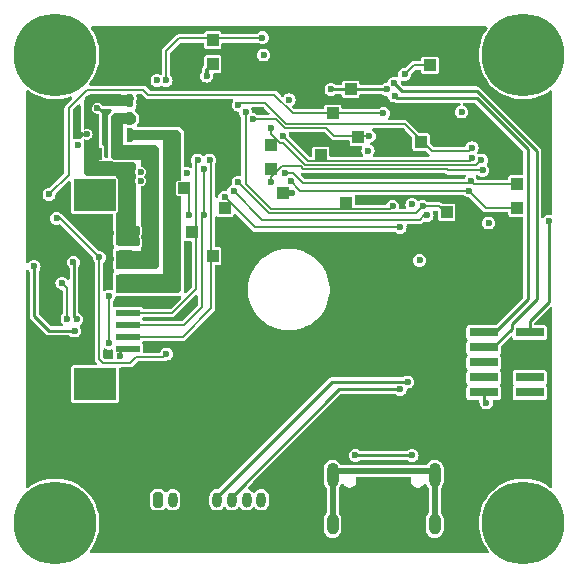
<source format=gbr>
G04 #@! TF.GenerationSoftware,KiCad,Pcbnew,8.0.8*
G04 #@! TF.CreationDate,2025-02-05T10:03:22-05:00*
G04 #@! TF.ProjectId,RW_board,52575f62-6f61-4726-942e-6b696361645f,rev?*
G04 #@! TF.SameCoordinates,Original*
G04 #@! TF.FileFunction,Copper,L4,Bot*
G04 #@! TF.FilePolarity,Positive*
%FSLAX46Y46*%
G04 Gerber Fmt 4.6, Leading zero omitted, Abs format (unit mm)*
G04 Created by KiCad (PCBNEW 8.0.8) date 2025-02-05 10:03:22*
%MOMM*%
%LPD*%
G01*
G04 APERTURE LIST*
G04 Aperture macros list*
%AMRoundRect*
0 Rectangle with rounded corners*
0 $1 Rounding radius*
0 $2 $3 $4 $5 $6 $7 $8 $9 X,Y pos of 4 corners*
0 Add a 4 corners polygon primitive as box body*
4,1,4,$2,$3,$4,$5,$6,$7,$8,$9,$2,$3,0*
0 Add four circle primitives for the rounded corners*
1,1,$1+$1,$2,$3*
1,1,$1+$1,$4,$5*
1,1,$1+$1,$6,$7*
1,1,$1+$1,$8,$9*
0 Add four rect primitives between the rounded corners*
20,1,$1+$1,$2,$3,$4,$5,0*
20,1,$1+$1,$4,$5,$6,$7,0*
20,1,$1+$1,$6,$7,$8,$9,0*
20,1,$1+$1,$8,$9,$2,$3,0*%
G04 Aperture macros list end*
G04 #@! TA.AperFunction,ComponentPad*
%ADD10C,0.800000*%
G04 #@! TD*
G04 #@! TA.AperFunction,ComponentPad*
%ADD11C,7.000000*%
G04 #@! TD*
G04 #@! TA.AperFunction,ComponentPad*
%ADD12RoundRect,0.200000X-0.200000X-0.450000X0.200000X-0.450000X0.200000X0.450000X-0.200000X0.450000X0*%
G04 #@! TD*
G04 #@! TA.AperFunction,ComponentPad*
%ADD13O,0.800000X1.300000*%
G04 #@! TD*
G04 #@! TA.AperFunction,ComponentPad*
%ADD14O,1.000000X2.100000*%
G04 #@! TD*
G04 #@! TA.AperFunction,ComponentPad*
%ADD15O,1.000000X1.800000*%
G04 #@! TD*
G04 #@! TA.AperFunction,SMDPad,CuDef*
%ADD16R,2.400000X0.760000*%
G04 #@! TD*
G04 #@! TA.AperFunction,SMDPad,CuDef*
%ADD17R,1.000000X1.000000*%
G04 #@! TD*
G04 #@! TA.AperFunction,SMDPad,CuDef*
%ADD18R,2.000000X0.610000*%
G04 #@! TD*
G04 #@! TA.AperFunction,SMDPad,CuDef*
%ADD19R,3.600000X2.680000*%
G04 #@! TD*
G04 #@! TA.AperFunction,ViaPad*
%ADD20C,0.600000*%
G04 #@! TD*
G04 #@! TA.AperFunction,Conductor*
%ADD21C,0.250000*%
G04 #@! TD*
G04 #@! TA.AperFunction,Conductor*
%ADD22C,0.200000*%
G04 #@! TD*
G04 #@! TA.AperFunction,Conductor*
%ADD23C,0.500000*%
G04 #@! TD*
G04 #@! TA.AperFunction,Conductor*
%ADD24C,0.300000*%
G04 #@! TD*
G04 APERTURE END LIST*
D10*
X127556845Y-77772845D03*
X127556845Y-81485155D03*
D11*
X129413000Y-79629000D03*
D10*
X129413000Y-82254000D03*
X131269155Y-77772845D03*
X131269155Y-81485155D03*
X132038000Y-79629000D03*
D12*
X138119000Y-117299000D03*
D13*
X139369000Y-117299000D03*
X140619000Y-117299000D03*
X141869000Y-117299000D03*
X143119000Y-117299000D03*
X144369000Y-117299000D03*
X145619000Y-117299000D03*
X146869000Y-117299000D03*
D10*
X166412000Y-79629000D03*
X167180845Y-77772845D03*
X167180845Y-81485155D03*
D11*
X169037000Y-79629000D03*
D10*
X169037000Y-82254000D03*
X170893155Y-77772845D03*
X170893155Y-81485155D03*
X166412000Y-119253000D03*
X167180845Y-117396845D03*
X167180845Y-121109155D03*
X169037000Y-116628000D03*
D11*
X169037000Y-119253000D03*
D10*
X170893155Y-117396845D03*
X170893155Y-121109155D03*
X127556845Y-117396845D03*
X127556845Y-121109155D03*
X129413000Y-116628000D03*
D11*
X129413000Y-119253000D03*
D10*
X131269155Y-117396845D03*
X131269155Y-121109155D03*
X132038000Y-119253000D03*
D14*
X152906000Y-115200000D03*
X161546000Y-115200000D03*
D15*
X152906000Y-119380000D03*
X161546000Y-119380000D03*
D16*
X169590000Y-103124000D03*
X165690000Y-103124000D03*
X169590000Y-104394000D03*
X165690000Y-104394000D03*
X169590000Y-105664000D03*
X165690000Y-105664000D03*
X169590000Y-106934000D03*
X165690000Y-106934000D03*
X169590000Y-108204000D03*
X165690000Y-108204000D03*
D17*
X143764000Y-92583000D03*
D18*
X135585200Y-104500000D03*
X135585200Y-103500000D03*
X135585200Y-102500000D03*
X135585200Y-101500000D03*
X135585200Y-100500000D03*
X135585200Y-99500000D03*
X135585200Y-98500000D03*
X135585200Y-97500000D03*
X135585200Y-96500000D03*
X135585200Y-95500000D03*
X135585200Y-94500000D03*
D19*
X132785200Y-107490000D03*
X132785200Y-91510000D03*
D17*
X151892000Y-88138000D03*
X142748000Y-96651000D03*
X154051000Y-92202000D03*
X162560000Y-92964000D03*
X152908000Y-84582000D03*
X168529000Y-90551000D03*
X142748000Y-80391000D03*
X160401000Y-86995000D03*
X155067000Y-86614000D03*
X154432000Y-82550000D03*
X161163000Y-80518000D03*
X147701000Y-89281000D03*
X168529000Y-92583000D03*
X136144000Y-88011000D03*
X142748000Y-78359000D03*
X139446000Y-88011000D03*
X148717000Y-91313000D03*
X132842000Y-88011000D03*
X140335000Y-90932000D03*
X140970000Y-94615000D03*
X147701000Y-87249000D03*
D20*
X131064000Y-102997000D03*
X127621000Y-97536000D03*
X152755600Y-78130400D03*
X142240000Y-119380000D03*
X162052000Y-89916000D03*
X142367000Y-83820000D03*
X140250000Y-85000000D03*
X159131000Y-111125000D03*
X140716000Y-98806000D03*
X152730200Y-81229200D03*
X156591000Y-81661000D03*
X162115500Y-86169500D03*
X171145200Y-105029000D03*
X128894781Y-88863190D03*
X130048000Y-114300000D03*
X136906000Y-100711000D03*
X161671000Y-98425000D03*
X160528000Y-77978000D03*
X149860000Y-119380000D03*
X132994400Y-84150200D03*
X159512000Y-94361000D03*
X138049000Y-84963000D03*
X149860000Y-109220000D03*
X140589000Y-101219000D03*
X139700000Y-119380000D03*
X140716000Y-97409000D03*
X134112000Y-94742000D03*
X128397000Y-106045000D03*
X154140089Y-87122780D03*
X127635000Y-85090000D03*
X140614400Y-96367600D03*
X157480000Y-119380000D03*
X162560000Y-101600000D03*
X164465000Y-81026000D03*
X144780000Y-119380000D03*
X137668000Y-77851000D03*
X146456400Y-84277200D03*
X155956000Y-89916000D03*
X142367000Y-86360000D03*
X141224000Y-100457000D03*
X160274000Y-88011000D03*
X158369000Y-89916000D03*
X147320000Y-119380000D03*
X129540000Y-99618800D03*
X132130800Y-86360000D03*
X167059066Y-94213003D03*
X128905000Y-86360000D03*
X137160000Y-119380000D03*
X166370000Y-85598000D03*
X160020000Y-119380000D03*
X130048000Y-112649000D03*
X134112000Y-95859600D03*
X142367000Y-84963000D03*
X160528000Y-113665000D03*
X154940000Y-119380000D03*
X158750000Y-86106000D03*
X138049000Y-83693000D03*
X152527000Y-79629000D03*
X168275000Y-96901000D03*
X140843000Y-86360000D03*
X164000000Y-115951000D03*
X162560000Y-106680000D03*
X149860000Y-114300000D03*
X167640000Y-111760000D03*
X162560000Y-111760000D03*
X134010400Y-105054400D03*
X135636000Y-77825600D03*
X140335000Y-83693000D03*
X133604000Y-85191600D03*
X157480000Y-116840000D03*
X134112000Y-97942400D03*
X152806400Y-113487200D03*
X145000000Y-82000000D03*
X134112000Y-96926400D03*
X146964400Y-78181200D03*
X136652000Y-89535000D03*
X138811000Y-81788000D03*
X138049000Y-81788000D03*
X136652000Y-90297000D03*
X156006579Y-86514503D03*
X146142000Y-85090000D03*
X147066000Y-79629000D03*
X171200000Y-93726000D03*
X166116000Y-93853000D03*
X160274000Y-97028000D03*
X159623974Y-92274102D03*
X163830000Y-84455000D03*
X149225000Y-83439000D03*
X159004000Y-81280000D03*
X140589000Y-89662000D03*
X155905200Y-87761000D03*
X144526000Y-91186000D03*
X160909000Y-93218000D03*
X149479000Y-91313000D03*
X159639000Y-113538000D03*
X154826000Y-113538000D03*
X157216000Y-84582000D03*
X128905000Y-91440000D03*
X135763000Y-86741000D03*
X135763000Y-86106000D03*
X147701000Y-90424000D03*
X165608000Y-89408000D03*
X164592000Y-90297000D03*
X148844000Y-89662000D03*
X135763000Y-85293200D03*
X135763000Y-84709000D03*
X149352000Y-90297000D03*
X164414557Y-91114559D03*
X144907000Y-90424000D03*
X160528000Y-92456000D03*
X165508118Y-88523520D03*
X147701000Y-85852000D03*
X164719000Y-88392000D03*
X148695368Y-86508632D03*
X145542000Y-84500000D03*
X157988000Y-92456000D03*
X135737600Y-83210400D03*
X135763000Y-83820000D03*
X144915716Y-83871837D03*
X164719000Y-87503000D03*
X158623000Y-94234000D03*
X143764000Y-91694000D03*
X141986000Y-93218000D03*
X141986000Y-89281000D03*
X140716000Y-93218000D03*
X141478000Y-88519000D03*
X142494000Y-88519000D03*
X159258000Y-107315000D03*
X158115000Y-82042000D03*
X158150330Y-83105214D03*
X157480000Y-82550000D03*
X152781000Y-82550000D03*
X130962400Y-97180400D03*
X131247357Y-102023072D03*
X133959600Y-100076000D03*
X134010400Y-104038400D03*
X130429000Y-101981000D03*
X129997200Y-98958400D03*
X133146800Y-96774000D03*
X129540000Y-93472000D03*
X138836400Y-104952800D03*
X165913000Y-109093000D03*
X134874000Y-105156000D03*
X131318000Y-87249000D03*
X142254000Y-81421000D03*
X158623000Y-107950000D03*
D21*
X127635000Y-101727000D02*
X127635000Y-97550000D01*
X128905000Y-102997000D02*
X127635000Y-101727000D01*
X131064000Y-102997000D02*
X128905000Y-102997000D01*
X127635000Y-97550000D02*
X127621000Y-97536000D01*
D22*
X136695000Y-100500000D02*
X134650000Y-100500000D01*
D21*
X169590000Y-105029000D02*
X169590000Y-104394000D01*
D22*
X136906000Y-100711000D02*
X136695000Y-100500000D01*
D21*
X169590000Y-105664000D02*
X169590000Y-105029000D01*
X169590000Y-105029000D02*
X171145200Y-105029000D01*
D22*
X138811000Y-81788000D02*
X138811000Y-79324200D01*
X139903200Y-78232000D02*
X146913600Y-78232000D01*
X146913600Y-78232000D02*
X146964400Y-78181200D01*
X138811000Y-79324200D02*
X139903200Y-78232000D01*
X155979076Y-86487000D02*
X153035000Y-86487000D01*
X152346000Y-85798000D02*
X148835552Y-85798000D01*
X148835552Y-85798000D02*
X148127552Y-85090000D01*
X153035000Y-86487000D02*
X152346000Y-85798000D01*
X148127552Y-85090000D02*
X146142000Y-85090000D01*
X156006579Y-86514503D02*
X155979076Y-86487000D01*
D21*
X169590000Y-102153000D02*
X171200000Y-100543000D01*
D22*
X159766000Y-80518000D02*
X159004000Y-81280000D01*
D21*
X169590000Y-103124000D02*
X169590000Y-102153000D01*
X171200000Y-100543000D02*
X171200000Y-93726000D01*
D22*
X161163000Y-80518000D02*
X159766000Y-80518000D01*
D23*
X152906000Y-115200000D02*
X153235000Y-114871000D01*
X153235000Y-114871000D02*
X161217000Y-114871000D01*
X161546000Y-115200000D02*
X161546000Y-119380000D01*
X152906000Y-115200000D02*
X152906000Y-119380000D01*
X161217000Y-114871000D02*
X161546000Y-115200000D01*
D22*
X160274000Y-93599000D02*
X160655000Y-93218000D01*
X146939000Y-93599000D02*
X160274000Y-93599000D01*
X160655000Y-93218000D02*
X160909000Y-93218000D01*
X144526000Y-91186000D02*
X146939000Y-93599000D01*
D21*
X159639000Y-113538000D02*
X154826000Y-113538000D01*
D22*
X149519471Y-84582000D02*
X157216000Y-84582000D01*
X128905000Y-91440000D02*
X130556000Y-89789000D01*
X136890200Y-82585000D02*
X137312400Y-83007200D01*
X130556000Y-84142855D02*
X132113855Y-82585000D01*
X147944671Y-83007200D02*
X149519471Y-84582000D01*
X132113855Y-82585000D02*
X136890200Y-82585000D01*
X130556000Y-89789000D02*
X130556000Y-84142855D01*
X137312400Y-83007200D02*
X147944671Y-83007200D01*
X150194552Y-89062000D02*
X150413552Y-89281000D01*
X162687000Y-89408000D02*
X165608000Y-89408000D01*
X150413552Y-89281000D02*
X162560000Y-89281000D01*
X148595471Y-89062000D02*
X150194552Y-89062000D01*
X147701000Y-90424000D02*
X147701000Y-89956471D01*
X147701000Y-89956471D02*
X148595471Y-89062000D01*
X162560000Y-89281000D02*
X162687000Y-89408000D01*
X168529000Y-90551000D02*
X164846000Y-90551000D01*
X150419529Y-90516000D02*
X164373000Y-90516000D01*
X149565529Y-89662000D02*
X150419529Y-90516000D01*
X164846000Y-90551000D02*
X164592000Y-90297000D01*
X164373000Y-90516000D02*
X164592000Y-90297000D01*
X148844000Y-89662000D02*
X149565529Y-89662000D01*
X149352000Y-90297000D02*
X150169559Y-91114559D01*
X165882998Y-92583000D02*
X164414557Y-91114559D01*
X168529000Y-92583000D02*
X165882998Y-92583000D01*
X150169559Y-91114559D02*
X164414557Y-91114559D01*
X159928000Y-93056000D02*
X147539000Y-93056000D01*
X160528000Y-92456000D02*
X159928000Y-93056000D01*
X147539000Y-93056000D02*
X144907000Y-90424000D01*
X162560000Y-92964000D02*
X162433000Y-92964000D01*
X162433000Y-92964000D02*
X161925000Y-92456000D01*
X161925000Y-92456000D02*
X160528000Y-92456000D01*
X150549000Y-88954000D02*
X148703632Y-87108632D01*
X164432471Y-88954000D02*
X150549000Y-88954000D01*
X148703632Y-87108632D02*
X148446839Y-87108632D01*
X147701000Y-86362793D02*
X147701000Y-85852000D01*
X148446839Y-87108632D02*
X147701000Y-86362793D01*
X165039638Y-88992000D02*
X164470471Y-88992000D01*
X164470471Y-88992000D02*
X164432471Y-88954000D01*
X165508118Y-88523520D02*
X165039638Y-88992000D01*
X164719000Y-88392000D02*
X164500000Y-88611000D01*
X164500000Y-88611000D02*
X150797736Y-88611000D01*
X150797736Y-88611000D02*
X148695368Y-86508632D01*
X145542000Y-84500000D02*
X145542000Y-90551000D01*
X157734000Y-92710000D02*
X157988000Y-92456000D01*
X145542000Y-90551000D02*
X147701000Y-92710000D01*
X147701000Y-92710000D02*
X157734000Y-92710000D01*
X159004000Y-85471000D02*
X161290000Y-87757000D01*
X148971000Y-85471000D02*
X159004000Y-85471000D01*
X161290000Y-87757000D02*
X164465000Y-87757000D01*
X145090353Y-83697200D02*
X147197200Y-83697200D01*
X147197200Y-83697200D02*
X148971000Y-85471000D01*
X144915716Y-83871837D02*
X145090353Y-83697200D01*
X164465000Y-87757000D02*
X164719000Y-87503000D01*
X146304000Y-94234000D02*
X158623000Y-94234000D01*
X143764000Y-91694000D02*
X146304000Y-94234000D01*
X140324000Y-102500000D02*
X141859000Y-100965000D01*
X141859000Y-89408000D02*
X141986000Y-89281000D01*
X140716000Y-90932000D02*
X140716000Y-93218000D01*
X141859000Y-93345000D02*
X141986000Y-93218000D01*
X141986000Y-93218000D02*
X141986000Y-89281000D01*
X141859000Y-100965000D02*
X141859000Y-93345000D01*
X134650000Y-102500000D02*
X140324000Y-102500000D01*
X141351000Y-99441000D02*
X141351000Y-88646000D01*
X141351000Y-88646000D02*
X141478000Y-88519000D01*
X139292000Y-101500000D02*
X141351000Y-99441000D01*
X134650000Y-101500000D02*
X139292000Y-101500000D01*
X142494000Y-88519000D02*
X142621000Y-88646000D01*
X142621000Y-101092000D02*
X140213000Y-103500000D01*
X140213000Y-103500000D02*
X134650000Y-103500000D01*
X142621000Y-88646000D02*
X142621000Y-101092000D01*
D21*
X159258000Y-107315000D02*
X152853000Y-107315000D01*
X152853000Y-107315000D02*
X143119000Y-117049000D01*
X143119000Y-117049000D02*
X143119000Y-117299000D01*
X168065000Y-102839000D02*
X166510000Y-104394000D01*
X158115000Y-82042000D02*
X158750000Y-82677000D01*
X168065000Y-102445000D02*
X168065000Y-102839000D01*
X166510000Y-104394000D02*
X165690000Y-104394000D01*
X170180000Y-87757000D02*
X170180000Y-100330000D01*
X158750000Y-82677000D02*
X165100000Y-82677000D01*
X170180000Y-100330000D02*
X168065000Y-102445000D01*
X165100000Y-82677000D02*
X170180000Y-87757000D01*
X165100000Y-83312000D02*
X169418000Y-87630000D01*
X169418000Y-100330000D02*
X166624000Y-103124000D01*
X158150330Y-83105214D02*
X158357116Y-83312000D01*
X169418000Y-87630000D02*
X169418000Y-100330000D01*
X166624000Y-103124000D02*
X165690000Y-103124000D01*
X158357116Y-83312000D02*
X165100000Y-83312000D01*
X152781000Y-82550000D02*
X157480000Y-82550000D01*
X130962400Y-97180400D02*
X131013200Y-97231200D01*
X131013200Y-97231200D02*
X131013200Y-101788915D01*
X131013200Y-101788915D02*
X131247357Y-102023072D01*
D22*
X133959600Y-103987600D02*
X134010400Y-104038400D01*
X133959600Y-100076000D02*
X133959600Y-103987600D01*
X129997200Y-98958400D02*
X130429000Y-99390200D01*
X130429000Y-99390200D02*
X130429000Y-101981000D01*
X129844800Y-93472000D02*
X129540000Y-93472000D01*
X138582400Y-105206800D02*
X138836400Y-104952800D01*
X133472800Y-105736000D02*
X135716400Y-105736000D01*
X135716400Y-105736000D02*
X136245600Y-105206800D01*
X136245600Y-105206800D02*
X138582400Y-105206800D01*
X133146800Y-105410000D02*
X133472800Y-105736000D01*
X133146800Y-96774000D02*
X133146800Y-105410000D01*
X133146800Y-96774000D02*
X129844800Y-93472000D01*
D21*
X165690000Y-108204000D02*
X165690000Y-108870000D01*
X165690000Y-108870000D02*
X165913000Y-109093000D01*
D24*
X142254000Y-80885000D02*
X142748000Y-80391000D01*
X142254000Y-81421000D02*
X142254000Y-80885000D01*
D21*
X134874000Y-105156000D02*
X134874000Y-104724000D01*
X144369000Y-117049000D02*
X153468000Y-107950000D01*
X144369000Y-117299000D02*
X144369000Y-117049000D01*
X153468000Y-107950000D02*
X158623000Y-107950000D01*
G04 #@! TA.AperFunction,Conductor*
G36*
X139852674Y-86000674D02*
G01*
X140059326Y-86207326D01*
X140081000Y-86259652D01*
X140081000Y-90207500D01*
X140059326Y-90259826D01*
X140007000Y-90281500D01*
X139820180Y-90281500D01*
X139798229Y-90285866D01*
X139776277Y-90290233D01*
X139726496Y-90323495D01*
X139726495Y-90323496D01*
X139693233Y-90373277D01*
X139693233Y-90373278D01*
X139684500Y-90417180D01*
X139684500Y-91446820D01*
X139693233Y-91490722D01*
X139726496Y-91540504D01*
X139776278Y-91573767D01*
X139820180Y-91582500D01*
X139820181Y-91582500D01*
X140007000Y-91582500D01*
X140059326Y-91604174D01*
X140081000Y-91656500D01*
X140081000Y-99541348D01*
X140059326Y-99593674D01*
X139852674Y-99800326D01*
X139800348Y-99822000D01*
X134849852Y-99822000D01*
X134797526Y-99800326D01*
X134590874Y-99593674D01*
X134569200Y-99541348D01*
X134569200Y-98451652D01*
X134590874Y-98399326D01*
X134797526Y-98192674D01*
X134849852Y-98171000D01*
X138307000Y-98171000D01*
X138557000Y-98171000D01*
X138557000Y-86868000D01*
X138307000Y-86868000D01*
X135789652Y-86868000D01*
X135737326Y-86846326D01*
X135530674Y-86639674D01*
X135509000Y-86587348D01*
X135509000Y-86259652D01*
X135530674Y-86207326D01*
X135737326Y-86000674D01*
X135789652Y-85979000D01*
X139800348Y-85979000D01*
X139852674Y-86000674D01*
G37*
G04 #@! TD.AperFunction*
G04 #@! TA.AperFunction,Conductor*
G36*
X127135336Y-82613225D02*
G01*
X127426571Y-82815931D01*
X127759179Y-83000543D01*
X128108758Y-83150559D01*
X128108761Y-83150560D01*
X128108766Y-83150562D01*
X128471709Y-83264436D01*
X128471712Y-83264436D01*
X128471720Y-83264439D01*
X128844340Y-83341015D01*
X129135137Y-83370586D01*
X129222795Y-83379500D01*
X129222796Y-83379500D01*
X129603205Y-83379500D01*
X129690863Y-83370586D01*
X129981660Y-83341015D01*
X130354280Y-83264439D01*
X130403740Y-83248921D01*
X130518024Y-83213064D01*
X130717242Y-83150559D01*
X130717267Y-83150548D01*
X130718260Y-83150181D01*
X130718502Y-83150164D01*
X130720240Y-83149619D01*
X130720370Y-83150034D01*
X130787961Y-83145337D01*
X130849217Y-83178946D01*
X130882578Y-83240336D01*
X130877453Y-83310018D01*
X130849040Y-83354131D01*
X130275532Y-83927640D01*
X130275528Y-83927646D01*
X130232998Y-84001308D01*
X130232999Y-84001309D01*
X130229385Y-84007569D01*
X130205500Y-84096711D01*
X130205500Y-89592455D01*
X130185815Y-89659494D01*
X130169181Y-89680136D01*
X129000877Y-90848439D01*
X128939554Y-90881924D01*
X128913128Y-90883208D01*
X128913128Y-90884750D01*
X128905000Y-90884750D01*
X128761291Y-90903670D01*
X128761287Y-90903671D01*
X128627377Y-90959137D01*
X128512379Y-91047379D01*
X128424137Y-91162377D01*
X128368671Y-91296287D01*
X128368670Y-91296291D01*
X128349750Y-91440000D01*
X128364270Y-91550292D01*
X128368670Y-91583708D01*
X128368671Y-91583712D01*
X128424137Y-91717622D01*
X128424138Y-91717624D01*
X128424139Y-91717625D01*
X128512379Y-91832621D01*
X128627375Y-91920861D01*
X128761291Y-91976330D01*
X128888280Y-91993048D01*
X128904999Y-91995250D01*
X128905000Y-91995250D01*
X128905001Y-91995250D01*
X128919977Y-91993278D01*
X129048709Y-91976330D01*
X129182625Y-91920861D01*
X129297621Y-91832621D01*
X129385861Y-91717625D01*
X129441330Y-91583709D01*
X129460250Y-91440000D01*
X129460250Y-91439999D01*
X129460250Y-91431871D01*
X129464049Y-91431871D01*
X129471388Y-91380418D01*
X129496556Y-91344124D01*
X130523019Y-90317662D01*
X130584342Y-90284177D01*
X130654034Y-90289161D01*
X130709967Y-90331033D01*
X130734384Y-90396497D01*
X130734700Y-90405343D01*
X130734700Y-92874678D01*
X130749232Y-92947735D01*
X130749233Y-92947739D01*
X130749234Y-92947740D01*
X130804599Y-93030601D01*
X130869981Y-93074287D01*
X130887460Y-93085966D01*
X130887464Y-93085967D01*
X130960521Y-93100499D01*
X130960524Y-93100500D01*
X130960526Y-93100500D01*
X134209124Y-93100500D01*
X134276163Y-93120185D01*
X134321918Y-93172989D01*
X134333124Y-93224500D01*
X134333124Y-95552595D01*
X134333702Y-95558557D01*
X134333336Y-95558592D01*
X134334700Y-95572664D01*
X134334700Y-95829678D01*
X134349232Y-95902735D01*
X134349233Y-95902739D01*
X134368190Y-95931110D01*
X134389067Y-95997788D01*
X134370582Y-96065168D01*
X134368190Y-96068890D01*
X134349233Y-96097260D01*
X134349232Y-96097264D01*
X134334700Y-96170321D01*
X134334700Y-96302914D01*
X134332317Y-96327106D01*
X134313700Y-96420697D01*
X134313700Y-96420700D01*
X134313700Y-97509348D01*
X134313700Y-97509350D01*
X134313699Y-97509350D01*
X134332317Y-97602942D01*
X134334700Y-97627134D01*
X134334700Y-97829678D01*
X134349232Y-97902735D01*
X134349233Y-97902739D01*
X134349234Y-97902740D01*
X134368126Y-97931015D01*
X134368190Y-97931110D01*
X134389067Y-97997788D01*
X134370582Y-98065168D01*
X134368190Y-98068890D01*
X134349233Y-98097260D01*
X134349232Y-98097264D01*
X134334700Y-98170321D01*
X134334700Y-98333866D01*
X134332317Y-98358058D01*
X134313700Y-98451649D01*
X134313700Y-99441237D01*
X134294015Y-99508276D01*
X134241211Y-99554031D01*
X134172053Y-99563975D01*
X134142249Y-99555799D01*
X134128088Y-99549933D01*
X134103309Y-99539670D01*
X134031454Y-99530210D01*
X133959601Y-99520750D01*
X133959599Y-99520750D01*
X133815891Y-99539670D01*
X133815887Y-99539671D01*
X133674466Y-99598249D01*
X133673814Y-99596675D01*
X133615400Y-99610847D01*
X133549373Y-99587995D01*
X133506183Y-99533073D01*
X133497300Y-99486987D01*
X133497300Y-97260092D01*
X133516985Y-97193053D01*
X133534914Y-97173609D01*
X133533674Y-97172369D01*
X133539419Y-97166623D01*
X133539421Y-97166621D01*
X133627661Y-97051625D01*
X133683130Y-96917709D01*
X133702050Y-96774000D01*
X133683130Y-96630291D01*
X133627661Y-96496375D01*
X133539421Y-96381379D01*
X133424425Y-96293139D01*
X133424424Y-96293138D01*
X133424422Y-96293137D01*
X133290512Y-96237671D01*
X133290510Y-96237670D01*
X133290509Y-96237670D01*
X133199438Y-96225680D01*
X133146801Y-96218750D01*
X133138673Y-96218750D01*
X133138673Y-96215243D01*
X133085413Y-96206772D01*
X133050922Y-96182440D01*
X130060014Y-93191532D01*
X130060012Y-93191530D01*
X130007161Y-93161016D01*
X129970787Y-93129117D01*
X129937675Y-93085966D01*
X129932621Y-93079379D01*
X129817625Y-92991139D01*
X129817624Y-92991138D01*
X129817622Y-92991137D01*
X129683712Y-92935671D01*
X129683710Y-92935670D01*
X129683709Y-92935670D01*
X129611854Y-92926210D01*
X129540001Y-92916750D01*
X129539999Y-92916750D01*
X129396291Y-92935670D01*
X129396287Y-92935671D01*
X129262377Y-92991137D01*
X129147379Y-93079379D01*
X129059137Y-93194377D01*
X129003671Y-93328287D01*
X129003670Y-93328291D01*
X128984750Y-93471999D01*
X128984750Y-93472000D01*
X129003670Y-93615708D01*
X129003671Y-93615712D01*
X129059137Y-93749622D01*
X129059138Y-93749624D01*
X129059139Y-93749625D01*
X129147379Y-93864621D01*
X129262375Y-93952861D01*
X129262376Y-93952861D01*
X129262377Y-93952862D01*
X129299878Y-93968395D01*
X129396291Y-94008330D01*
X129523280Y-94025048D01*
X129539999Y-94027250D01*
X129540000Y-94027250D01*
X129540001Y-94027250D01*
X129554977Y-94025278D01*
X129683709Y-94008330D01*
X129749814Y-93980949D01*
X129819283Y-93973480D01*
X129881762Y-94004756D01*
X129884947Y-94007829D01*
X132555240Y-96678122D01*
X132588725Y-96739445D01*
X132589867Y-96765873D01*
X132591550Y-96765873D01*
X132591550Y-96774000D01*
X132610470Y-96917708D01*
X132610471Y-96917712D01*
X132665938Y-97051623D01*
X132665939Y-97051625D01*
X132754180Y-97166623D01*
X132759926Y-97172369D01*
X132757374Y-97174920D01*
X132788891Y-97217873D01*
X132796300Y-97260092D01*
X132796300Y-105456144D01*
X132819210Y-105541646D01*
X132820186Y-105545288D01*
X132848090Y-105593619D01*
X132866329Y-105625210D01*
X132866331Y-105625213D01*
X132928937Y-105687819D01*
X132962422Y-105749142D01*
X132957438Y-105818834D01*
X132915566Y-105874767D01*
X132850102Y-105899184D01*
X132841256Y-105899500D01*
X130960523Y-105899500D01*
X130887464Y-105914032D01*
X130887460Y-105914033D01*
X130804599Y-105969399D01*
X130749233Y-106052260D01*
X130749232Y-106052264D01*
X130734700Y-106125321D01*
X130734700Y-108854678D01*
X130749232Y-108927735D01*
X130749233Y-108927739D01*
X130749234Y-108927740D01*
X130804599Y-109010601D01*
X130870062Y-109054341D01*
X130887460Y-109065966D01*
X130887464Y-109065967D01*
X130960521Y-109080499D01*
X130960524Y-109080500D01*
X130960526Y-109080500D01*
X134609876Y-109080500D01*
X134609877Y-109080499D01*
X134682940Y-109065966D01*
X134765801Y-109010601D01*
X134821166Y-108927740D01*
X134835700Y-108854674D01*
X134835700Y-106210500D01*
X134855385Y-106143461D01*
X134908189Y-106097706D01*
X134959700Y-106086500D01*
X135762542Y-106086500D01*
X135762544Y-106086500D01*
X135851688Y-106062614D01*
X135931612Y-106016470D01*
X136354463Y-105593619D01*
X136415786Y-105560134D01*
X136442144Y-105557300D01*
X138628542Y-105557300D01*
X138628544Y-105557300D01*
X138717688Y-105533414D01*
X138721003Y-105531500D01*
X138739050Y-105521079D01*
X138806949Y-105504606D01*
X138817234Y-105505526D01*
X138836400Y-105508050D01*
X138980109Y-105489130D01*
X139114025Y-105433661D01*
X139229021Y-105345421D01*
X139317261Y-105230425D01*
X139372730Y-105096509D01*
X139391650Y-104952800D01*
X139372730Y-104809091D01*
X139317261Y-104675175D01*
X139229021Y-104560179D01*
X139114025Y-104471939D01*
X139114024Y-104471938D01*
X139114022Y-104471937D01*
X138980112Y-104416471D01*
X138980110Y-104416470D01*
X138980109Y-104416470D01*
X138908254Y-104407010D01*
X138836401Y-104397550D01*
X138836399Y-104397550D01*
X138692691Y-104416470D01*
X138692687Y-104416471D01*
X138558777Y-104471937D01*
X138443779Y-104560179D01*
X138355538Y-104675176D01*
X138355538Y-104675177D01*
X138312221Y-104779753D01*
X138268383Y-104834155D01*
X138202089Y-104856221D01*
X138197662Y-104856300D01*
X136959700Y-104856300D01*
X136892661Y-104836615D01*
X136846906Y-104783811D01*
X136835700Y-104732300D01*
X136835700Y-104170323D01*
X136835699Y-104170321D01*
X136821167Y-104097264D01*
X136821166Y-104097263D01*
X136821166Y-104097260D01*
X136802209Y-104068888D01*
X136781332Y-104002214D01*
X136799816Y-103934834D01*
X136802211Y-103931108D01*
X136819250Y-103905608D01*
X136872862Y-103860804D01*
X136922351Y-103850500D01*
X140259142Y-103850500D01*
X140259144Y-103850500D01*
X140348288Y-103826614D01*
X140354222Y-103823188D01*
X140354223Y-103823188D01*
X140428205Y-103780474D01*
X140428204Y-103780474D01*
X140428212Y-103780470D01*
X142901469Y-101307212D01*
X142947614Y-101227288D01*
X142949692Y-101219531D01*
X142971500Y-101138144D01*
X142971500Y-99330488D01*
X145749500Y-99330488D01*
X145749500Y-99669512D01*
X145761417Y-99790510D01*
X145782729Y-100006901D01*
X145832743Y-100258335D01*
X145848871Y-100339414D01*
X145947284Y-100663840D01*
X146069556Y-100959032D01*
X146077024Y-100977060D01*
X146077026Y-100977065D01*
X146236831Y-101276039D01*
X146236842Y-101276057D01*
X146425184Y-101557930D01*
X146425194Y-101557944D01*
X146640269Y-101820014D01*
X146879985Y-102059730D01*
X146879990Y-102059734D01*
X146879991Y-102059735D01*
X147142061Y-102274810D01*
X147423949Y-102463162D01*
X147423958Y-102463167D01*
X147423960Y-102463168D01*
X147722934Y-102622973D01*
X147722936Y-102622973D01*
X147722942Y-102622977D01*
X148036160Y-102752716D01*
X148360586Y-102851129D01*
X148693096Y-102917270D01*
X149030488Y-102950500D01*
X149030491Y-102950500D01*
X149369509Y-102950500D01*
X149369512Y-102950500D01*
X149706904Y-102917270D01*
X150039414Y-102851129D01*
X150363840Y-102752716D01*
X150677058Y-102622977D01*
X150976051Y-102463162D01*
X151257939Y-102274810D01*
X151520009Y-102059735D01*
X151759735Y-101820009D01*
X151974810Y-101557939D01*
X152163162Y-101276051D01*
X152322977Y-100977058D01*
X152452716Y-100663840D01*
X152551129Y-100339414D01*
X152617270Y-100006904D01*
X152650500Y-99669512D01*
X152650500Y-99330488D01*
X152617270Y-98993096D01*
X152551129Y-98660586D01*
X152452716Y-98336160D01*
X152322977Y-98022942D01*
X152316649Y-98011104D01*
X152163168Y-97723960D01*
X152163167Y-97723958D01*
X152163162Y-97723949D01*
X151974810Y-97442061D01*
X151759735Y-97179991D01*
X151759734Y-97179990D01*
X151759730Y-97179985D01*
X151607745Y-97028000D01*
X159718750Y-97028000D01*
X159737000Y-97166623D01*
X159737670Y-97171708D01*
X159737671Y-97171712D01*
X159793137Y-97305622D01*
X159793138Y-97305624D01*
X159793139Y-97305625D01*
X159881379Y-97420621D01*
X159996375Y-97508861D01*
X159996376Y-97508861D01*
X159996377Y-97508862D01*
X160036546Y-97525500D01*
X160130291Y-97564330D01*
X160257280Y-97581048D01*
X160273999Y-97583250D01*
X160274000Y-97583250D01*
X160274001Y-97583250D01*
X160288977Y-97581278D01*
X160417709Y-97564330D01*
X160551625Y-97508861D01*
X160666621Y-97420621D01*
X160754861Y-97305625D01*
X160810330Y-97171709D01*
X160829250Y-97028000D01*
X160810330Y-96884291D01*
X160754861Y-96750375D01*
X160666621Y-96635379D01*
X160551625Y-96547139D01*
X160551624Y-96547138D01*
X160551622Y-96547137D01*
X160417712Y-96491671D01*
X160417710Y-96491670D01*
X160417709Y-96491670D01*
X160345854Y-96482210D01*
X160274001Y-96472750D01*
X160273999Y-96472750D01*
X160130291Y-96491670D01*
X160130287Y-96491671D01*
X159996377Y-96547137D01*
X159881379Y-96635379D01*
X159793137Y-96750377D01*
X159737671Y-96884287D01*
X159737670Y-96884291D01*
X159718750Y-97028000D01*
X151607745Y-97028000D01*
X151520014Y-96940269D01*
X151257944Y-96725194D01*
X151257943Y-96725193D01*
X151257939Y-96725190D01*
X151088806Y-96612178D01*
X150976057Y-96536842D01*
X150976056Y-96536841D01*
X150976051Y-96536838D01*
X150976046Y-96536835D01*
X150976039Y-96536831D01*
X150677065Y-96377026D01*
X150677060Y-96377024D01*
X150363841Y-96247284D01*
X150110142Y-96170326D01*
X150039414Y-96148871D01*
X150039411Y-96148870D01*
X150039410Y-96148870D01*
X149706901Y-96082729D01*
X149469199Y-96059318D01*
X149369512Y-96049500D01*
X149030488Y-96049500D01*
X148939738Y-96058437D01*
X148693098Y-96082729D01*
X148360589Y-96148870D01*
X148036158Y-96247284D01*
X147722939Y-96377024D01*
X147722934Y-96377026D01*
X147423960Y-96536831D01*
X147423942Y-96536842D01*
X147142069Y-96725184D01*
X147142055Y-96725194D01*
X146879985Y-96940269D01*
X146640269Y-97179985D01*
X146425194Y-97442055D01*
X146425184Y-97442069D01*
X146236842Y-97723942D01*
X146236831Y-97723960D01*
X146077026Y-98022934D01*
X146077024Y-98022939D01*
X145947284Y-98336158D01*
X145848870Y-98660589D01*
X145782729Y-98993098D01*
X145771884Y-99103218D01*
X145749500Y-99330488D01*
X142971500Y-99330488D01*
X142971500Y-97525500D01*
X142991185Y-97458461D01*
X143043989Y-97412706D01*
X143095500Y-97401500D01*
X143272676Y-97401500D01*
X143272677Y-97401499D01*
X143345740Y-97386966D01*
X143428601Y-97331601D01*
X143483966Y-97248740D01*
X143498500Y-97175674D01*
X143498500Y-96126326D01*
X143498500Y-96126323D01*
X143498499Y-96126321D01*
X143483967Y-96053264D01*
X143483966Y-96053260D01*
X143438758Y-95985601D01*
X143428601Y-95970399D01*
X143345740Y-95915034D01*
X143345739Y-95915033D01*
X143345735Y-95915032D01*
X143272677Y-95900500D01*
X143272674Y-95900500D01*
X143095500Y-95900500D01*
X143028461Y-95880815D01*
X142982706Y-95828011D01*
X142971500Y-95776500D01*
X142971500Y-93420819D01*
X142991185Y-93353780D01*
X143043989Y-93308025D01*
X143113147Y-93298081D01*
X143164388Y-93317715D01*
X143166260Y-93318966D01*
X143166262Y-93318966D01*
X143166263Y-93318967D01*
X143239321Y-93333499D01*
X143239324Y-93333500D01*
X143239326Y-93333500D01*
X144288676Y-93333500D01*
X144288677Y-93333499D01*
X144361740Y-93318966D01*
X144444601Y-93263601D01*
X144499966Y-93180740D01*
X144499967Y-93180735D01*
X144503663Y-93171815D01*
X144547504Y-93117412D01*
X144613798Y-93095347D01*
X144681497Y-93112626D01*
X144705905Y-93131587D01*
X146088787Y-94514469D01*
X146168712Y-94560614D01*
X146257856Y-94584500D01*
X158136908Y-94584500D01*
X158203947Y-94604185D01*
X158223412Y-94622086D01*
X158224628Y-94620871D01*
X158230372Y-94626615D01*
X158230377Y-94626619D01*
X158230379Y-94626621D01*
X158345375Y-94714861D01*
X158479291Y-94770330D01*
X158606280Y-94787048D01*
X158622999Y-94789250D01*
X158623000Y-94789250D01*
X158623001Y-94789250D01*
X158637977Y-94787278D01*
X158766709Y-94770330D01*
X158900625Y-94714861D01*
X159015621Y-94626621D01*
X159103861Y-94511625D01*
X159159330Y-94377709D01*
X159178250Y-94234000D01*
X159159330Y-94090291D01*
X159159329Y-94090289D01*
X159159250Y-94089686D01*
X159170015Y-94020651D01*
X159216395Y-93968395D01*
X159282189Y-93949500D01*
X160320142Y-93949500D01*
X160320144Y-93949500D01*
X160409288Y-93925614D01*
X160410629Y-93924840D01*
X160489212Y-93879470D01*
X160515682Y-93853000D01*
X165560750Y-93853000D01*
X165564765Y-93883500D01*
X165579670Y-93996708D01*
X165579671Y-93996712D01*
X165635137Y-94130622D01*
X165635138Y-94130624D01*
X165635139Y-94130625D01*
X165723379Y-94245621D01*
X165838375Y-94333861D01*
X165972291Y-94389330D01*
X166099280Y-94406048D01*
X166115999Y-94408250D01*
X166116000Y-94408250D01*
X166116001Y-94408250D01*
X166130977Y-94406278D01*
X166259709Y-94389330D01*
X166393625Y-94333861D01*
X166508621Y-94245621D01*
X166596861Y-94130625D01*
X166652330Y-93996709D01*
X166671250Y-93853000D01*
X166652330Y-93709291D01*
X166596861Y-93575375D01*
X166508621Y-93460379D01*
X166393625Y-93372139D01*
X166393624Y-93372138D01*
X166393622Y-93372137D01*
X166259712Y-93316671D01*
X166259710Y-93316670D01*
X166259709Y-93316670D01*
X166187854Y-93307210D01*
X166116001Y-93297750D01*
X166115999Y-93297750D01*
X165972291Y-93316670D01*
X165972287Y-93316671D01*
X165838377Y-93372137D01*
X165723379Y-93460379D01*
X165635137Y-93575377D01*
X165579671Y-93709287D01*
X165579670Y-93709291D01*
X165573741Y-93754329D01*
X165560750Y-93853000D01*
X160515682Y-93853000D01*
X160599973Y-93768707D01*
X160661296Y-93735222D01*
X160730988Y-93740206D01*
X160735045Y-93741801D01*
X160765291Y-93754330D01*
X160861097Y-93766943D01*
X160908999Y-93773250D01*
X160909000Y-93773250D01*
X160909001Y-93773250D01*
X160923977Y-93771278D01*
X161052709Y-93754330D01*
X161186625Y-93698861D01*
X161301621Y-93610621D01*
X161389861Y-93495625D01*
X161445330Y-93361709D01*
X161464250Y-93218000D01*
X161445330Y-93074291D01*
X161405426Y-92977952D01*
X161397957Y-92908483D01*
X161429233Y-92846004D01*
X161489322Y-92810352D01*
X161519987Y-92806500D01*
X161685500Y-92806500D01*
X161752539Y-92826185D01*
X161798294Y-92878989D01*
X161809500Y-92930500D01*
X161809500Y-93488678D01*
X161824032Y-93561735D01*
X161824033Y-93561739D01*
X161842405Y-93589235D01*
X161879399Y-93644601D01*
X161952710Y-93693585D01*
X161962260Y-93699966D01*
X161962264Y-93699967D01*
X162035321Y-93714499D01*
X162035324Y-93714500D01*
X162035326Y-93714500D01*
X163084676Y-93714500D01*
X163084677Y-93714499D01*
X163157740Y-93699966D01*
X163240601Y-93644601D01*
X163295966Y-93561740D01*
X163310500Y-93488674D01*
X163310500Y-92439326D01*
X163310500Y-92439323D01*
X163310499Y-92439321D01*
X163295967Y-92366264D01*
X163295966Y-92366260D01*
X163291396Y-92359421D01*
X163240601Y-92283399D01*
X163157740Y-92228034D01*
X163157739Y-92228033D01*
X163157735Y-92228032D01*
X163084677Y-92213500D01*
X163084674Y-92213500D01*
X162229544Y-92213500D01*
X162162505Y-92193815D01*
X162141863Y-92177181D01*
X162140213Y-92175531D01*
X162140208Y-92175527D01*
X162060291Y-92129387D01*
X162060287Y-92129385D01*
X162054926Y-92127949D01*
X162054926Y-92127948D01*
X161982340Y-92108500D01*
X161971144Y-92105500D01*
X161971143Y-92105500D01*
X161014092Y-92105500D01*
X160947053Y-92085815D01*
X160927587Y-92067913D01*
X160926372Y-92069129D01*
X160920627Y-92063384D01*
X160920621Y-92063379D01*
X160805625Y-91975139D01*
X160805624Y-91975138D01*
X160805622Y-91975137D01*
X160671712Y-91919671D01*
X160671710Y-91919670D01*
X160671709Y-91919670D01*
X160599854Y-91910210D01*
X160528001Y-91900750D01*
X160527999Y-91900750D01*
X160384291Y-91919670D01*
X160384287Y-91919671D01*
X160250376Y-91975138D01*
X160250375Y-91975138D01*
X160246838Y-91977853D01*
X160181668Y-92003045D01*
X160113223Y-91989005D01*
X160072978Y-91954961D01*
X160045898Y-91919670D01*
X160016595Y-91881481D01*
X159901599Y-91793241D01*
X159901598Y-91793240D01*
X159901596Y-91793239D01*
X159767686Y-91737773D01*
X159767684Y-91737772D01*
X159767683Y-91737772D01*
X159695828Y-91728312D01*
X159623975Y-91718852D01*
X159623973Y-91718852D01*
X159480265Y-91737772D01*
X159480261Y-91737773D01*
X159346351Y-91793239D01*
X159231353Y-91881481D01*
X159143111Y-91996479D01*
X159087645Y-92130389D01*
X159087644Y-92130393D01*
X159076703Y-92213500D01*
X159068724Y-92274102D01*
X159077375Y-92339815D01*
X159087644Y-92417810D01*
X159087645Y-92417814D01*
X159135790Y-92534048D01*
X159143259Y-92603517D01*
X159111983Y-92665996D01*
X159051894Y-92701648D01*
X159021229Y-92705500D01*
X158651797Y-92705500D01*
X158584758Y-92685815D01*
X158539003Y-92633011D01*
X158528858Y-92565314D01*
X158532975Y-92534048D01*
X158543250Y-92456000D01*
X158524330Y-92312291D01*
X158468861Y-92178375D01*
X158380621Y-92063379D01*
X158265625Y-91975139D01*
X158265624Y-91975138D01*
X158265622Y-91975137D01*
X158131712Y-91919671D01*
X158131710Y-91919670D01*
X158131709Y-91919670D01*
X158059854Y-91910210D01*
X157988001Y-91900750D01*
X157987999Y-91900750D01*
X157844291Y-91919670D01*
X157844287Y-91919671D01*
X157710377Y-91975137D01*
X157595379Y-92063379D01*
X157507138Y-92178376D01*
X157492874Y-92212815D01*
X157463821Y-92282953D01*
X157419983Y-92337355D01*
X157353689Y-92359421D01*
X157349262Y-92359500D01*
X154925500Y-92359500D01*
X154858461Y-92339815D01*
X154812706Y-92287011D01*
X154801500Y-92235500D01*
X154801500Y-91677323D01*
X154788755Y-91613251D01*
X154794982Y-91543659D01*
X154837845Y-91488482D01*
X154903735Y-91465237D01*
X154910372Y-91465059D01*
X163928465Y-91465059D01*
X163995504Y-91484744D01*
X164014969Y-91502645D01*
X164016185Y-91501430D01*
X164021929Y-91507174D01*
X164021934Y-91507178D01*
X164021936Y-91507180D01*
X164136932Y-91595420D01*
X164270848Y-91650889D01*
X164414557Y-91669809D01*
X164422686Y-91669809D01*
X164422686Y-91673387D01*
X164475527Y-91681590D01*
X164510435Y-91706119D01*
X165667786Y-92863470D01*
X165747710Y-92909614D01*
X165836854Y-92933500D01*
X167654500Y-92933500D01*
X167721539Y-92953185D01*
X167767294Y-93005989D01*
X167778500Y-93057500D01*
X167778500Y-93107678D01*
X167793032Y-93180735D01*
X167793033Y-93180739D01*
X167800245Y-93191532D01*
X167848399Y-93263601D01*
X167927824Y-93316670D01*
X167931260Y-93318966D01*
X167931264Y-93318967D01*
X168004321Y-93333499D01*
X168004324Y-93333500D01*
X168004326Y-93333500D01*
X168918500Y-93333500D01*
X168985539Y-93353185D01*
X169031294Y-93405989D01*
X169042500Y-93457500D01*
X169042500Y-100123100D01*
X169022815Y-100190139D01*
X169006181Y-100210781D01*
X166759782Y-102457181D01*
X166698459Y-102490666D01*
X166672101Y-102493500D01*
X164465323Y-102493500D01*
X164392264Y-102508032D01*
X164392260Y-102508033D01*
X164309399Y-102563399D01*
X164254033Y-102646260D01*
X164254032Y-102646264D01*
X164239500Y-102719321D01*
X164239500Y-103528678D01*
X164254032Y-103601735D01*
X164254033Y-103601739D01*
X164313080Y-103690110D01*
X164333957Y-103756788D01*
X164315472Y-103824168D01*
X164313080Y-103827890D01*
X164254033Y-103916260D01*
X164254032Y-103916264D01*
X164239500Y-103989321D01*
X164239500Y-104798678D01*
X164254032Y-104871735D01*
X164254033Y-104871739D01*
X164313080Y-104960110D01*
X164333957Y-105026788D01*
X164315472Y-105094168D01*
X164313080Y-105097890D01*
X164254033Y-105186260D01*
X164254032Y-105186264D01*
X164239500Y-105259321D01*
X164239500Y-106068678D01*
X164254032Y-106141735D01*
X164254033Y-106141739D01*
X164313080Y-106230110D01*
X164333957Y-106296788D01*
X164315472Y-106364168D01*
X164313080Y-106367890D01*
X164254033Y-106456260D01*
X164254032Y-106456264D01*
X164239500Y-106529321D01*
X164239500Y-107338678D01*
X164254032Y-107411735D01*
X164254033Y-107411739D01*
X164313080Y-107500110D01*
X164333957Y-107566788D01*
X164315472Y-107634168D01*
X164313080Y-107637890D01*
X164254033Y-107726260D01*
X164254032Y-107726264D01*
X164239500Y-107799321D01*
X164239500Y-108608678D01*
X164254032Y-108681735D01*
X164254033Y-108681739D01*
X164254034Y-108681740D01*
X164309399Y-108764601D01*
X164392260Y-108819966D01*
X164392264Y-108819967D01*
X164465321Y-108834499D01*
X164465324Y-108834500D01*
X164465326Y-108834500D01*
X165196594Y-108834500D01*
X165263633Y-108854185D01*
X165309388Y-108906989D01*
X165316365Y-108926397D01*
X165338928Y-109010600D01*
X165340090Y-109014937D01*
X165340090Y-109014938D01*
X165341794Y-109017889D01*
X165342474Y-109020693D01*
X165343201Y-109022448D01*
X165342927Y-109022561D01*
X165358265Y-109085790D01*
X165357750Y-109091553D01*
X165357750Y-109093000D01*
X165376670Y-109236708D01*
X165376671Y-109236712D01*
X165432137Y-109370622D01*
X165432138Y-109370624D01*
X165432139Y-109370625D01*
X165520379Y-109485621D01*
X165635375Y-109573861D01*
X165769291Y-109629330D01*
X165896280Y-109646048D01*
X165912999Y-109648250D01*
X165913000Y-109648250D01*
X165913001Y-109648250D01*
X165927977Y-109646278D01*
X166056709Y-109629330D01*
X166190625Y-109573861D01*
X166305621Y-109485621D01*
X166393861Y-109370625D01*
X166449330Y-109236709D01*
X166468250Y-109093000D01*
X166468059Y-109091553D01*
X166457973Y-109014938D01*
X166452673Y-108974684D01*
X166463438Y-108905651D01*
X166509818Y-108853395D01*
X166575612Y-108834500D01*
X166914676Y-108834500D01*
X166914677Y-108834499D01*
X166987740Y-108819966D01*
X167070601Y-108764601D01*
X167125966Y-108681740D01*
X167140500Y-108608674D01*
X167140500Y-107799326D01*
X167140500Y-107799323D01*
X167140499Y-107799321D01*
X167125967Y-107726264D01*
X167125966Y-107726262D01*
X167125966Y-107726260D01*
X167125964Y-107726258D01*
X167125964Y-107726256D01*
X167066920Y-107637890D01*
X167046042Y-107571213D01*
X167064527Y-107503833D01*
X167066920Y-107500110D01*
X167094584Y-107458708D01*
X167125966Y-107411740D01*
X167140500Y-107338674D01*
X167140500Y-106529326D01*
X167140500Y-106529323D01*
X167140499Y-106529321D01*
X168139500Y-106529321D01*
X168139500Y-107338678D01*
X168154032Y-107411735D01*
X168154033Y-107411739D01*
X168213080Y-107500110D01*
X168233957Y-107566788D01*
X168215472Y-107634168D01*
X168213080Y-107637890D01*
X168154033Y-107726260D01*
X168154032Y-107726264D01*
X168139500Y-107799321D01*
X168139500Y-108608678D01*
X168154032Y-108681735D01*
X168154033Y-108681739D01*
X168154034Y-108681740D01*
X168209399Y-108764601D01*
X168292260Y-108819966D01*
X168292264Y-108819967D01*
X168365321Y-108834499D01*
X168365324Y-108834500D01*
X168365326Y-108834500D01*
X170814676Y-108834500D01*
X170814677Y-108834499D01*
X170887740Y-108819966D01*
X170970601Y-108764601D01*
X171025966Y-108681740D01*
X171040500Y-108608674D01*
X171040500Y-107799326D01*
X171040500Y-107799323D01*
X171040499Y-107799321D01*
X171025967Y-107726264D01*
X171025966Y-107726262D01*
X171025966Y-107726260D01*
X171025964Y-107726258D01*
X171025964Y-107726256D01*
X170966920Y-107637890D01*
X170946042Y-107571213D01*
X170964527Y-107503833D01*
X170966920Y-107500110D01*
X170994584Y-107458708D01*
X171025966Y-107411740D01*
X171040500Y-107338674D01*
X171040500Y-106529326D01*
X171040500Y-106529323D01*
X171040499Y-106529321D01*
X171025967Y-106456264D01*
X171025966Y-106456260D01*
X171025963Y-106456256D01*
X170970601Y-106373399D01*
X170887740Y-106318034D01*
X170887739Y-106318033D01*
X170887735Y-106318032D01*
X170814677Y-106303500D01*
X170814674Y-106303500D01*
X168365326Y-106303500D01*
X168365323Y-106303500D01*
X168292264Y-106318032D01*
X168292260Y-106318033D01*
X168209399Y-106373399D01*
X168154033Y-106456260D01*
X168154032Y-106456264D01*
X168139500Y-106529321D01*
X167140499Y-106529321D01*
X167125967Y-106456264D01*
X167125966Y-106456262D01*
X167125966Y-106456260D01*
X167125964Y-106456258D01*
X167125964Y-106456256D01*
X167066920Y-106367890D01*
X167046042Y-106301213D01*
X167064527Y-106233833D01*
X167066920Y-106230110D01*
X167125964Y-106141743D01*
X167125964Y-106141742D01*
X167125966Y-106141740D01*
X167140500Y-106068674D01*
X167140500Y-105259326D01*
X167140500Y-105259323D01*
X167140499Y-105259321D01*
X167125967Y-105186264D01*
X167125966Y-105186262D01*
X167125966Y-105186260D01*
X167125964Y-105186258D01*
X167125964Y-105186256D01*
X167066920Y-105097890D01*
X167046042Y-105031213D01*
X167064527Y-104963833D01*
X167066920Y-104960110D01*
X167125964Y-104871743D01*
X167125964Y-104871742D01*
X167125966Y-104871740D01*
X167140500Y-104798674D01*
X167140500Y-104345899D01*
X167160185Y-104278860D01*
X167176819Y-104258218D01*
X167532297Y-103902740D01*
X167936782Y-103498254D01*
X167998103Y-103464771D01*
X168067794Y-103469755D01*
X168123728Y-103511627D01*
X168146078Y-103561746D01*
X168154032Y-103601735D01*
X168154033Y-103601739D01*
X168154034Y-103601740D01*
X168209399Y-103684601D01*
X168292260Y-103739966D01*
X168292264Y-103739967D01*
X168365321Y-103754499D01*
X168365324Y-103754500D01*
X168365326Y-103754500D01*
X170814676Y-103754500D01*
X170814677Y-103754499D01*
X170887740Y-103739966D01*
X170970601Y-103684601D01*
X171025966Y-103601740D01*
X171040500Y-103528674D01*
X171040500Y-102719326D01*
X171040500Y-102719323D01*
X171040499Y-102719321D01*
X171025967Y-102646264D01*
X171025966Y-102646260D01*
X171010409Y-102622977D01*
X170970601Y-102563399D01*
X170887740Y-102508034D01*
X170887739Y-102508033D01*
X170887735Y-102508032D01*
X170814677Y-102493500D01*
X170814674Y-102493500D01*
X170089500Y-102493500D01*
X170022461Y-102473815D01*
X169976706Y-102421011D01*
X169965500Y-102369500D01*
X169965500Y-102359899D01*
X169985185Y-102292860D01*
X170001819Y-102272218D01*
X171287819Y-100986218D01*
X171349142Y-100952733D01*
X171418834Y-100957717D01*
X171474767Y-100999589D01*
X171499184Y-101065053D01*
X171499500Y-101073899D01*
X171499500Y-116160038D01*
X171479815Y-116227077D01*
X171427011Y-116272832D01*
X171357853Y-116282776D01*
X171304663Y-116261813D01*
X171023429Y-116066069D01*
X171023424Y-116066066D01*
X170690820Y-115881456D01*
X170341233Y-115731437D01*
X169978290Y-115617563D01*
X169978284Y-115617562D01*
X169978281Y-115617561D01*
X169978280Y-115617561D01*
X169605660Y-115540985D01*
X169605659Y-115540984D01*
X169605655Y-115540984D01*
X169227205Y-115502500D01*
X169227204Y-115502500D01*
X168846796Y-115502500D01*
X168846795Y-115502500D01*
X168468344Y-115540984D01*
X168095715Y-115617562D01*
X168095709Y-115617563D01*
X167732766Y-115731437D01*
X167383179Y-115881456D01*
X167050575Y-116066066D01*
X167050570Y-116066069D01*
X166738343Y-116283385D01*
X166449709Y-116531170D01*
X166187615Y-116806893D01*
X165954771Y-117107704D01*
X165753553Y-117430527D01*
X165753548Y-117430536D01*
X165586022Y-117772059D01*
X165586016Y-117772074D01*
X165453904Y-118128787D01*
X165358551Y-118497064D01*
X165300946Y-118873081D01*
X165281680Y-119253000D01*
X165300946Y-119632918D01*
X165358551Y-120008935D01*
X165358552Y-120008940D01*
X165435314Y-120305413D01*
X165453904Y-120377212D01*
X165586016Y-120733925D01*
X165586022Y-120733940D01*
X165753548Y-121075463D01*
X165753553Y-121075472D01*
X165954771Y-121398295D01*
X166095110Y-121579599D01*
X166120579Y-121644661D01*
X166106830Y-121713165D01*
X166058228Y-121763360D01*
X165997054Y-121779500D01*
X132452946Y-121779500D01*
X132385907Y-121759815D01*
X132340152Y-121707011D01*
X132330208Y-121637853D01*
X132354890Y-121579599D01*
X132389410Y-121535002D01*
X132495229Y-121398295D01*
X132696451Y-121075464D01*
X132863981Y-120733932D01*
X132996098Y-120377204D01*
X133091448Y-120008940D01*
X133149053Y-119632919D01*
X133168320Y-119253000D01*
X133149053Y-118873081D01*
X133091448Y-118497060D01*
X132996098Y-118128796D01*
X132994864Y-118125465D01*
X132886807Y-117833701D01*
X132863981Y-117772068D01*
X132696451Y-117430536D01*
X132696446Y-117430527D01*
X132495228Y-117107704D01*
X132262384Y-116806893D01*
X132262383Y-116806892D01*
X132262380Y-116806888D01*
X132250823Y-116794730D01*
X137468500Y-116794730D01*
X137468500Y-117803269D01*
X137471353Y-117833699D01*
X137471353Y-117833701D01*
X137511865Y-117949474D01*
X137516207Y-117961882D01*
X137596850Y-118071150D01*
X137706118Y-118151793D01*
X137748845Y-118166744D01*
X137834299Y-118196646D01*
X137864730Y-118199500D01*
X137864734Y-118199500D01*
X138373270Y-118199500D01*
X138403699Y-118196646D01*
X138403701Y-118196646D01*
X138467790Y-118174219D01*
X138531882Y-118151793D01*
X138641150Y-118071150D01*
X138695740Y-117997182D01*
X138751386Y-117954933D01*
X138821042Y-117949474D01*
X138882592Y-117982541D01*
X138883190Y-117983136D01*
X138954327Y-118054273D01*
X138954331Y-118054276D01*
X139060866Y-118125461D01*
X139060875Y-118125466D01*
X139087692Y-118136574D01*
X139179256Y-118174501D01*
X139179260Y-118174501D01*
X139179261Y-118174502D01*
X139304928Y-118199500D01*
X139304931Y-118199500D01*
X139433071Y-118199500D01*
X139517615Y-118182682D01*
X139558744Y-118174501D01*
X139677127Y-118125465D01*
X139783669Y-118054276D01*
X139874276Y-117963669D01*
X139945465Y-117857127D01*
X139994501Y-117738744D01*
X140019500Y-117613071D01*
X142468499Y-117613071D01*
X142493497Y-117738738D01*
X142493499Y-117738744D01*
X142542533Y-117857124D01*
X142542538Y-117857133D01*
X142613723Y-117963668D01*
X142613726Y-117963672D01*
X142704327Y-118054273D01*
X142704331Y-118054276D01*
X142810866Y-118125461D01*
X142810875Y-118125466D01*
X142837692Y-118136574D01*
X142929256Y-118174501D01*
X142929260Y-118174501D01*
X142929261Y-118174502D01*
X143054928Y-118199500D01*
X143054931Y-118199500D01*
X143183071Y-118199500D01*
X143267615Y-118182682D01*
X143308744Y-118174501D01*
X143427127Y-118125465D01*
X143533669Y-118054276D01*
X143624276Y-117963669D01*
X143640898Y-117938793D01*
X143694510Y-117893988D01*
X143763835Y-117885281D01*
X143826863Y-117915435D01*
X143847102Y-117938793D01*
X143863723Y-117963668D01*
X143863726Y-117963672D01*
X143954327Y-118054273D01*
X143954331Y-118054276D01*
X144060866Y-118125461D01*
X144060875Y-118125466D01*
X144087692Y-118136574D01*
X144179256Y-118174501D01*
X144179260Y-118174501D01*
X144179261Y-118174502D01*
X144304928Y-118199500D01*
X144304931Y-118199500D01*
X144433071Y-118199500D01*
X144517615Y-118182682D01*
X144558744Y-118174501D01*
X144677127Y-118125465D01*
X144783669Y-118054276D01*
X144874276Y-117963669D01*
X144890898Y-117938793D01*
X144944510Y-117893988D01*
X145013835Y-117885281D01*
X145076863Y-117915435D01*
X145097102Y-117938793D01*
X145113723Y-117963668D01*
X145113726Y-117963672D01*
X145204327Y-118054273D01*
X145204331Y-118054276D01*
X145310866Y-118125461D01*
X145310875Y-118125466D01*
X145337692Y-118136574D01*
X145429256Y-118174501D01*
X145429260Y-118174501D01*
X145429261Y-118174502D01*
X145554928Y-118199500D01*
X145554931Y-118199500D01*
X145683071Y-118199500D01*
X145767615Y-118182682D01*
X145808744Y-118174501D01*
X145927127Y-118125465D01*
X146033669Y-118054276D01*
X146124276Y-117963669D01*
X146140898Y-117938793D01*
X146194510Y-117893988D01*
X146263835Y-117885281D01*
X146326863Y-117915435D01*
X146347102Y-117938793D01*
X146363723Y-117963668D01*
X146363726Y-117963672D01*
X146454327Y-118054273D01*
X146454331Y-118054276D01*
X146560866Y-118125461D01*
X146560875Y-118125466D01*
X146587692Y-118136574D01*
X146679256Y-118174501D01*
X146679260Y-118174501D01*
X146679261Y-118174502D01*
X146804928Y-118199500D01*
X146804931Y-118199500D01*
X146933071Y-118199500D01*
X147017615Y-118182682D01*
X147058744Y-118174501D01*
X147177127Y-118125465D01*
X147283669Y-118054276D01*
X147374276Y-117963669D01*
X147445465Y-117857127D01*
X147494501Y-117738744D01*
X147519500Y-117613069D01*
X147519500Y-116984931D01*
X147519500Y-116984928D01*
X147494502Y-116859261D01*
X147494501Y-116859260D01*
X147494501Y-116859256D01*
X147445465Y-116740873D01*
X147445464Y-116740872D01*
X147445461Y-116740866D01*
X147374276Y-116634331D01*
X147374273Y-116634327D01*
X147283672Y-116543726D01*
X147283668Y-116543723D01*
X147177133Y-116472538D01*
X147177124Y-116472533D01*
X147058744Y-116423499D01*
X147058738Y-116423497D01*
X146933071Y-116398500D01*
X146933069Y-116398500D01*
X146804931Y-116398500D01*
X146804929Y-116398500D01*
X146679261Y-116423497D01*
X146679255Y-116423499D01*
X146560875Y-116472533D01*
X146560866Y-116472538D01*
X146454331Y-116543723D01*
X146454327Y-116543726D01*
X146363726Y-116634327D01*
X146363721Y-116634334D01*
X146347101Y-116659207D01*
X146293488Y-116704012D01*
X146224163Y-116712718D01*
X146161136Y-116682562D01*
X146140899Y-116659207D01*
X146124278Y-116634334D01*
X146124273Y-116634327D01*
X146033672Y-116543726D01*
X146033668Y-116543723D01*
X145927133Y-116472538D01*
X145927124Y-116472533D01*
X145808744Y-116423499D01*
X145808738Y-116423497D01*
X145800046Y-116421768D01*
X145738137Y-116389379D01*
X145703567Y-116328661D01*
X145707311Y-116258892D01*
X145736562Y-116212473D01*
X146125115Y-115823920D01*
X152155499Y-115823920D01*
X152184340Y-115968907D01*
X152184343Y-115968917D01*
X152240912Y-116105488D01*
X152240919Y-116105501D01*
X152323048Y-116228415D01*
X152323051Y-116228419D01*
X152369180Y-116274547D01*
X152402666Y-116335870D01*
X152405500Y-116362229D01*
X152405500Y-118367770D01*
X152385815Y-118434809D01*
X152369181Y-118455451D01*
X152323051Y-118501580D01*
X152323048Y-118501584D01*
X152240919Y-118624498D01*
X152240912Y-118624511D01*
X152184343Y-118761082D01*
X152184340Y-118761092D01*
X152155500Y-118906079D01*
X152155500Y-118906082D01*
X152155500Y-119853918D01*
X152155500Y-119853920D01*
X152155499Y-119853920D01*
X152184340Y-119998907D01*
X152184343Y-119998917D01*
X152240912Y-120135488D01*
X152240919Y-120135501D01*
X152323048Y-120258415D01*
X152323051Y-120258419D01*
X152427580Y-120362948D01*
X152427584Y-120362951D01*
X152550498Y-120445080D01*
X152550511Y-120445087D01*
X152687082Y-120501656D01*
X152687087Y-120501658D01*
X152687091Y-120501658D01*
X152687092Y-120501659D01*
X152832079Y-120530500D01*
X152832082Y-120530500D01*
X152979920Y-120530500D01*
X153077462Y-120511096D01*
X153124913Y-120501658D01*
X153261495Y-120445084D01*
X153384416Y-120362951D01*
X153488951Y-120258416D01*
X153571084Y-120135495D01*
X153627658Y-119998913D01*
X153656500Y-119853918D01*
X153656500Y-118906082D01*
X153656500Y-118906079D01*
X153627659Y-118761092D01*
X153627658Y-118761091D01*
X153627658Y-118761087D01*
X153627656Y-118761082D01*
X153571087Y-118624511D01*
X153571080Y-118624498D01*
X153488951Y-118501584D01*
X153488948Y-118501580D01*
X153442819Y-118455451D01*
X153409334Y-118394128D01*
X153406500Y-118367770D01*
X153406500Y-116362229D01*
X153426185Y-116295190D01*
X153442820Y-116274547D01*
X153488948Y-116228419D01*
X153488951Y-116228416D01*
X153571084Y-116105495D01*
X153614593Y-116000453D01*
X153658431Y-115946055D01*
X153724725Y-115923989D01*
X153792424Y-115941268D01*
X153836539Y-115985909D01*
X153875485Y-116053365D01*
X153982635Y-116160515D01*
X154113865Y-116236281D01*
X154260234Y-116275500D01*
X154260236Y-116275500D01*
X154411764Y-116275500D01*
X154411766Y-116275500D01*
X154558135Y-116236281D01*
X154689365Y-116160515D01*
X154796515Y-116053365D01*
X154872281Y-115922135D01*
X154911500Y-115775766D01*
X154911500Y-115624234D01*
X154885605Y-115527591D01*
X154887268Y-115457743D01*
X154926431Y-115399881D01*
X154990659Y-115372377D01*
X155005380Y-115371500D01*
X159446620Y-115371500D01*
X159513659Y-115391185D01*
X159559414Y-115443989D01*
X159569358Y-115513147D01*
X159566396Y-115527586D01*
X159542288Y-115617561D01*
X159540500Y-115624234D01*
X159540500Y-115775765D01*
X159579719Y-115922136D01*
X159588702Y-115937694D01*
X159655485Y-116053365D01*
X159762635Y-116160515D01*
X159893865Y-116236281D01*
X160040234Y-116275500D01*
X160040236Y-116275500D01*
X160191764Y-116275500D01*
X160191766Y-116275500D01*
X160338135Y-116236281D01*
X160469365Y-116160515D01*
X160576515Y-116053365D01*
X160615460Y-115985909D01*
X160666027Y-115937694D01*
X160734634Y-115924471D01*
X160799499Y-115950439D01*
X160837408Y-116000458D01*
X160880912Y-116105488D01*
X160880919Y-116105501D01*
X160963048Y-116228415D01*
X160963051Y-116228419D01*
X161009180Y-116274547D01*
X161042666Y-116335870D01*
X161045500Y-116362229D01*
X161045500Y-118367770D01*
X161025815Y-118434809D01*
X161009181Y-118455451D01*
X160963051Y-118501580D01*
X160963048Y-118501584D01*
X160880919Y-118624498D01*
X160880912Y-118624511D01*
X160824343Y-118761082D01*
X160824340Y-118761092D01*
X160795500Y-118906079D01*
X160795500Y-118906082D01*
X160795500Y-119853918D01*
X160795500Y-119853920D01*
X160795499Y-119853920D01*
X160824340Y-119998907D01*
X160824343Y-119998917D01*
X160880912Y-120135488D01*
X160880919Y-120135501D01*
X160963048Y-120258415D01*
X160963051Y-120258419D01*
X161067580Y-120362948D01*
X161067584Y-120362951D01*
X161190498Y-120445080D01*
X161190511Y-120445087D01*
X161327082Y-120501656D01*
X161327087Y-120501658D01*
X161327091Y-120501658D01*
X161327092Y-120501659D01*
X161472079Y-120530500D01*
X161472082Y-120530500D01*
X161619920Y-120530500D01*
X161717462Y-120511096D01*
X161764913Y-120501658D01*
X161901495Y-120445084D01*
X162024416Y-120362951D01*
X162128951Y-120258416D01*
X162211084Y-120135495D01*
X162267658Y-119998913D01*
X162296500Y-119853918D01*
X162296500Y-118906082D01*
X162296500Y-118906079D01*
X162267659Y-118761092D01*
X162267658Y-118761091D01*
X162267658Y-118761087D01*
X162267656Y-118761082D01*
X162211087Y-118624511D01*
X162211080Y-118624498D01*
X162128951Y-118501584D01*
X162128948Y-118501580D01*
X162082819Y-118455451D01*
X162049334Y-118394128D01*
X162046500Y-118367770D01*
X162046500Y-116362229D01*
X162066185Y-116295190D01*
X162082820Y-116274547D01*
X162128948Y-116228419D01*
X162128951Y-116228416D01*
X162211084Y-116105495D01*
X162267658Y-115968913D01*
X162296500Y-115823918D01*
X162296500Y-114576082D01*
X162296500Y-114576079D01*
X162267659Y-114431092D01*
X162267658Y-114431091D01*
X162267658Y-114431087D01*
X162242562Y-114370500D01*
X162211087Y-114294511D01*
X162211080Y-114294498D01*
X162128951Y-114171584D01*
X162128948Y-114171580D01*
X162024419Y-114067051D01*
X162024415Y-114067048D01*
X161901501Y-113984919D01*
X161901488Y-113984912D01*
X161764917Y-113928343D01*
X161764907Y-113928340D01*
X161619920Y-113899500D01*
X161619918Y-113899500D01*
X161472082Y-113899500D01*
X161472080Y-113899500D01*
X161327092Y-113928340D01*
X161327082Y-113928343D01*
X161190511Y-113984912D01*
X161190498Y-113984919D01*
X161067584Y-114067048D01*
X161067580Y-114067051D01*
X160963051Y-114171580D01*
X160963045Y-114171588D01*
X160880916Y-114294503D01*
X160878043Y-114299879D01*
X160876873Y-114299254D01*
X160837295Y-114348362D01*
X160770999Y-114370421D01*
X160766583Y-114370500D01*
X153685417Y-114370500D01*
X153618378Y-114350815D01*
X153574151Y-114299775D01*
X153573957Y-114299879D01*
X153573498Y-114299021D01*
X153572623Y-114298011D01*
X153571151Y-114294629D01*
X153571083Y-114294503D01*
X153488954Y-114171588D01*
X153488948Y-114171580D01*
X153384419Y-114067051D01*
X153384415Y-114067048D01*
X153261501Y-113984919D01*
X153261488Y-113984912D01*
X153124917Y-113928343D01*
X153124907Y-113928340D01*
X152979920Y-113899500D01*
X152979918Y-113899500D01*
X152832082Y-113899500D01*
X152832080Y-113899500D01*
X152687092Y-113928340D01*
X152687082Y-113928343D01*
X152550511Y-113984912D01*
X152550498Y-113984919D01*
X152427584Y-114067048D01*
X152427580Y-114067051D01*
X152323051Y-114171580D01*
X152323048Y-114171584D01*
X152240919Y-114294498D01*
X152240912Y-114294511D01*
X152184343Y-114431082D01*
X152184340Y-114431092D01*
X152155500Y-114576079D01*
X152155500Y-114576082D01*
X152155500Y-115823918D01*
X152155500Y-115823920D01*
X152155499Y-115823920D01*
X146125115Y-115823920D01*
X148411037Y-113537999D01*
X154270750Y-113537999D01*
X154270750Y-113538000D01*
X154289670Y-113681708D01*
X154289671Y-113681712D01*
X154345137Y-113815622D01*
X154345138Y-113815624D01*
X154345139Y-113815625D01*
X154433379Y-113930621D01*
X154548375Y-114018861D01*
X154682291Y-114074330D01*
X154809280Y-114091048D01*
X154825999Y-114093250D01*
X154826000Y-114093250D01*
X154826001Y-114093250D01*
X154840977Y-114091278D01*
X154969709Y-114074330D01*
X155103625Y-114018861D01*
X155207540Y-113939123D01*
X155272709Y-113913930D01*
X155283026Y-113913500D01*
X159181974Y-113913500D01*
X159249013Y-113933185D01*
X159257452Y-113939117D01*
X159361375Y-114018861D01*
X159495291Y-114074330D01*
X159622280Y-114091048D01*
X159638999Y-114093250D01*
X159639000Y-114093250D01*
X159639001Y-114093250D01*
X159653977Y-114091278D01*
X159782709Y-114074330D01*
X159916625Y-114018861D01*
X160031621Y-113930621D01*
X160119861Y-113815625D01*
X160175330Y-113681709D01*
X160194250Y-113538000D01*
X160175330Y-113394291D01*
X160119861Y-113260375D01*
X160031621Y-113145379D01*
X159916625Y-113057139D01*
X159916624Y-113057138D01*
X159916622Y-113057137D01*
X159782712Y-113001671D01*
X159782710Y-113001670D01*
X159782709Y-113001670D01*
X159710854Y-112992210D01*
X159639001Y-112982750D01*
X159638999Y-112982750D01*
X159495291Y-113001670D01*
X159495287Y-113001671D01*
X159361377Y-113057137D01*
X159314333Y-113093235D01*
X159257459Y-113136876D01*
X159192291Y-113162070D01*
X159181974Y-113162500D01*
X155283026Y-113162500D01*
X155215987Y-113142815D01*
X155207547Y-113136882D01*
X155103625Y-113057139D01*
X155103624Y-113057138D01*
X155103622Y-113057137D01*
X154969712Y-113001671D01*
X154969710Y-113001670D01*
X154969709Y-113001670D01*
X154897854Y-112992210D01*
X154826001Y-112982750D01*
X154825999Y-112982750D01*
X154682291Y-113001670D01*
X154682287Y-113001671D01*
X154548377Y-113057137D01*
X154433379Y-113145379D01*
X154345137Y-113260377D01*
X154289671Y-113394287D01*
X154289670Y-113394291D01*
X154270750Y-113537999D01*
X148411037Y-113537999D01*
X153587218Y-108361819D01*
X153648541Y-108328334D01*
X153674899Y-108325500D01*
X158165974Y-108325500D01*
X158233013Y-108345185D01*
X158241452Y-108351117D01*
X158345375Y-108430861D01*
X158479291Y-108486330D01*
X158606280Y-108503048D01*
X158622999Y-108505250D01*
X158623000Y-108505250D01*
X158623001Y-108505250D01*
X158637977Y-108503278D01*
X158766709Y-108486330D01*
X158900625Y-108430861D01*
X159015621Y-108342621D01*
X159103861Y-108227625D01*
X159159330Y-108093709D01*
X159175108Y-107973860D01*
X159203374Y-107909965D01*
X159261699Y-107871494D01*
X159281856Y-107867109D01*
X159401709Y-107851330D01*
X159535625Y-107795861D01*
X159650621Y-107707621D01*
X159738861Y-107592625D01*
X159794330Y-107458709D01*
X159813250Y-107315000D01*
X159794330Y-107171291D01*
X159738861Y-107037375D01*
X159650621Y-106922379D01*
X159535625Y-106834139D01*
X159535624Y-106834138D01*
X159535622Y-106834137D01*
X159401712Y-106778671D01*
X159401710Y-106778670D01*
X159401709Y-106778670D01*
X159329854Y-106769210D01*
X159258001Y-106759750D01*
X159257999Y-106759750D01*
X159114291Y-106778670D01*
X159114287Y-106778671D01*
X158980377Y-106834137D01*
X158933333Y-106870235D01*
X158876459Y-106913876D01*
X158811291Y-106939070D01*
X158800974Y-106939500D01*
X152803564Y-106939500D01*
X152708063Y-106965089D01*
X152708060Y-106965090D01*
X152622440Y-107014522D01*
X152622435Y-107014526D01*
X143274781Y-116362181D01*
X143213458Y-116395666D01*
X143187100Y-116398500D01*
X143054929Y-116398500D01*
X142929261Y-116423497D01*
X142929255Y-116423499D01*
X142810875Y-116472533D01*
X142810866Y-116472538D01*
X142704331Y-116543723D01*
X142704327Y-116543726D01*
X142613726Y-116634327D01*
X142613723Y-116634331D01*
X142542538Y-116740866D01*
X142542533Y-116740875D01*
X142493499Y-116859255D01*
X142493497Y-116859261D01*
X142468500Y-116984928D01*
X142468500Y-116984931D01*
X142468500Y-117613069D01*
X142468500Y-117613071D01*
X142468499Y-117613071D01*
X140019500Y-117613071D01*
X140019500Y-117613069D01*
X140019500Y-116984931D01*
X140019500Y-116984928D01*
X139994502Y-116859261D01*
X139994501Y-116859260D01*
X139994501Y-116859256D01*
X139945465Y-116740873D01*
X139945464Y-116740872D01*
X139945461Y-116740866D01*
X139874276Y-116634331D01*
X139874273Y-116634327D01*
X139783672Y-116543726D01*
X139783668Y-116543723D01*
X139677133Y-116472538D01*
X139677124Y-116472533D01*
X139558744Y-116423499D01*
X139558738Y-116423497D01*
X139433071Y-116398500D01*
X139433069Y-116398500D01*
X139304931Y-116398500D01*
X139304929Y-116398500D01*
X139179261Y-116423497D01*
X139179255Y-116423499D01*
X139060875Y-116472533D01*
X139060866Y-116472538D01*
X138954331Y-116543723D01*
X138883190Y-116614864D01*
X138821866Y-116648348D01*
X138752175Y-116643363D01*
X138696241Y-116601492D01*
X138695739Y-116600816D01*
X138641150Y-116526850D01*
X138531882Y-116446207D01*
X138531880Y-116446206D01*
X138403700Y-116401353D01*
X138373270Y-116398500D01*
X138373266Y-116398500D01*
X137864734Y-116398500D01*
X137864730Y-116398500D01*
X137834300Y-116401353D01*
X137834298Y-116401353D01*
X137706119Y-116446206D01*
X137706117Y-116446207D01*
X137596850Y-116526850D01*
X137516207Y-116636117D01*
X137516206Y-116636119D01*
X137471353Y-116764298D01*
X137471353Y-116764300D01*
X137468500Y-116794730D01*
X132250823Y-116794730D01*
X132000291Y-116531171D01*
X131931992Y-116472538D01*
X131711656Y-116283385D01*
X131399429Y-116066069D01*
X131399424Y-116066066D01*
X131066820Y-115881456D01*
X130717233Y-115731437D01*
X130354290Y-115617563D01*
X130354284Y-115617562D01*
X130354281Y-115617561D01*
X130354280Y-115617561D01*
X129981660Y-115540985D01*
X129981659Y-115540984D01*
X129981655Y-115540984D01*
X129603205Y-115502500D01*
X129603204Y-115502500D01*
X129222796Y-115502500D01*
X129222795Y-115502500D01*
X128844344Y-115540984D01*
X128471715Y-115617562D01*
X128471709Y-115617563D01*
X128108766Y-115731437D01*
X127759179Y-115881456D01*
X127426575Y-116066066D01*
X127426570Y-116066069D01*
X127135337Y-116268773D01*
X127069068Y-116290914D01*
X127001349Y-116273712D01*
X126953680Y-116222630D01*
X126940500Y-116166998D01*
X126940500Y-97918742D01*
X126960185Y-97851703D01*
X127012989Y-97805948D01*
X127082147Y-97796004D01*
X127145703Y-97825029D01*
X127162870Y-97843249D01*
X127228379Y-97928621D01*
X127228381Y-97928622D01*
X127233327Y-97935068D01*
X127230657Y-97937116D01*
X127256666Y-97984746D01*
X127259500Y-98011104D01*
X127259500Y-101677564D01*
X127259500Y-101776436D01*
X127260581Y-101780470D01*
X127263807Y-101792508D01*
X127263807Y-101792509D01*
X127285091Y-101871942D01*
X127285092Y-101871943D01*
X127314246Y-101922438D01*
X127320837Y-101933853D01*
X127334526Y-101957563D01*
X128604525Y-103227562D01*
X128674438Y-103297475D01*
X128756953Y-103345115D01*
X128760062Y-103346910D01*
X128807811Y-103359705D01*
X128807812Y-103359705D01*
X128817903Y-103362408D01*
X128855564Y-103372500D01*
X128855565Y-103372500D01*
X130606974Y-103372500D01*
X130674013Y-103392185D01*
X130682452Y-103398117D01*
X130786375Y-103477861D01*
X130920291Y-103533330D01*
X131047280Y-103550048D01*
X131063999Y-103552250D01*
X131064000Y-103552250D01*
X131064001Y-103552250D01*
X131078977Y-103550278D01*
X131207709Y-103533330D01*
X131341625Y-103477861D01*
X131456621Y-103389621D01*
X131544861Y-103274625D01*
X131600330Y-103140709D01*
X131619250Y-102997000D01*
X131600330Y-102853291D01*
X131544861Y-102719375D01*
X131544860Y-102719374D01*
X131544860Y-102719373D01*
X131508930Y-102672549D01*
X131483735Y-102607380D01*
X131497773Y-102538935D01*
X131531817Y-102498688D01*
X131639978Y-102415693D01*
X131728218Y-102300697D01*
X131783687Y-102166781D01*
X131802607Y-102023072D01*
X131783687Y-101879363D01*
X131728218Y-101745447D01*
X131639978Y-101630451D01*
X131524982Y-101542211D01*
X131524980Y-101542210D01*
X131465247Y-101517468D01*
X131410844Y-101473627D01*
X131388779Y-101407333D01*
X131388700Y-101402907D01*
X131388700Y-97571221D01*
X131408385Y-97504182D01*
X131414312Y-97495750D01*
X131443261Y-97458025D01*
X131498730Y-97324109D01*
X131517650Y-97180400D01*
X131517356Y-97178170D01*
X131512776Y-97143379D01*
X131498730Y-97036691D01*
X131443261Y-96902775D01*
X131355021Y-96787779D01*
X131240025Y-96699539D01*
X131240024Y-96699538D01*
X131240022Y-96699537D01*
X131106112Y-96644071D01*
X131106110Y-96644070D01*
X131106109Y-96644070D01*
X131034254Y-96634610D01*
X130962401Y-96625150D01*
X130962399Y-96625150D01*
X130818691Y-96644070D01*
X130818687Y-96644071D01*
X130684777Y-96699537D01*
X130569779Y-96787779D01*
X130481537Y-96902777D01*
X130426071Y-97036687D01*
X130426070Y-97036691D01*
X130407444Y-97178170D01*
X130407150Y-97180400D01*
X130423636Y-97305625D01*
X130426070Y-97324108D01*
X130426071Y-97324112D01*
X130481538Y-97458023D01*
X130481539Y-97458025D01*
X130569779Y-97573021D01*
X130589183Y-97587910D01*
X130630388Y-97644337D01*
X130637700Y-97686288D01*
X130637700Y-98523529D01*
X130618015Y-98590568D01*
X130565211Y-98636323D01*
X130496053Y-98646267D01*
X130432497Y-98617242D01*
X130415325Y-98599016D01*
X130407931Y-98589380D01*
X130389821Y-98565779D01*
X130274825Y-98477539D01*
X130274824Y-98477538D01*
X130274822Y-98477537D01*
X130140912Y-98422071D01*
X130140910Y-98422070D01*
X130140909Y-98422070D01*
X130069054Y-98412610D01*
X129997201Y-98403150D01*
X129997199Y-98403150D01*
X129853491Y-98422070D01*
X129853487Y-98422071D01*
X129719577Y-98477537D01*
X129604579Y-98565779D01*
X129516337Y-98680777D01*
X129460871Y-98814687D01*
X129460870Y-98814691D01*
X129441950Y-98958399D01*
X129441950Y-98958400D01*
X129460870Y-99102108D01*
X129460871Y-99102112D01*
X129516337Y-99236022D01*
X129516338Y-99236024D01*
X129516339Y-99236025D01*
X129604579Y-99351021D01*
X129719575Y-99439261D01*
X129719576Y-99439261D01*
X129719577Y-99439262D01*
X129764213Y-99457750D01*
X129853491Y-99494730D01*
X129970686Y-99510159D01*
X130034582Y-99538426D01*
X130073053Y-99596750D01*
X130078500Y-99633098D01*
X130078500Y-101494908D01*
X130058815Y-101561947D01*
X130040913Y-101581412D01*
X130042129Y-101582628D01*
X130036384Y-101588372D01*
X129948137Y-101703377D01*
X129892671Y-101837287D01*
X129892670Y-101837291D01*
X129873750Y-101980999D01*
X129873750Y-101981000D01*
X129892670Y-102124708D01*
X129892671Y-102124712D01*
X129948137Y-102258622D01*
X129948138Y-102258624D01*
X129948139Y-102258625D01*
X130036379Y-102373621D01*
X130059980Y-102391731D01*
X130069616Y-102399125D01*
X130110818Y-102455553D01*
X130114973Y-102525299D01*
X130080760Y-102586219D01*
X130019043Y-102618971D01*
X129994129Y-102621500D01*
X129111899Y-102621500D01*
X129044860Y-102601815D01*
X129024218Y-102585181D01*
X128046819Y-101607782D01*
X128013334Y-101546459D01*
X128010500Y-101520101D01*
X128010500Y-97974781D01*
X128030185Y-97907742D01*
X128036118Y-97899302D01*
X128101861Y-97813625D01*
X128157330Y-97679709D01*
X128176250Y-97536000D01*
X128157330Y-97392291D01*
X128101861Y-97258375D01*
X128013621Y-97143379D01*
X127898625Y-97055139D01*
X127898624Y-97055138D01*
X127898622Y-97055137D01*
X127764712Y-96999671D01*
X127764710Y-96999670D01*
X127764709Y-96999670D01*
X127692854Y-96990210D01*
X127621001Y-96980750D01*
X127620999Y-96980750D01*
X127477291Y-96999670D01*
X127477287Y-96999671D01*
X127343377Y-97055137D01*
X127285877Y-97099259D01*
X127228379Y-97143379D01*
X127228378Y-97143380D01*
X127228377Y-97143381D01*
X127162875Y-97228744D01*
X127106447Y-97269947D01*
X127036701Y-97274101D01*
X126975781Y-97239888D01*
X126943029Y-97178170D01*
X126940500Y-97153257D01*
X126940500Y-82715001D01*
X126960185Y-82647962D01*
X127012989Y-82602207D01*
X127082147Y-82592263D01*
X127135336Y-82613225D01*
G37*
G04 #@! TD.AperFunction*
G04 #@! TA.AperFunction,Conductor*
G36*
X133696786Y-104491645D02*
G01*
X133732775Y-104519261D01*
X133866691Y-104574730D01*
X133982836Y-104590021D01*
X134010399Y-104593650D01*
X134010400Y-104593650D01*
X134010401Y-104593650D01*
X134046327Y-104588920D01*
X134154109Y-104574730D01*
X134163247Y-104570944D01*
X134232713Y-104563475D01*
X134295193Y-104594748D01*
X134330847Y-104654835D01*
X134334700Y-104685505D01*
X134334700Y-104829678D01*
X134351616Y-104914719D01*
X134348552Y-104915328D01*
X134353951Y-104965582D01*
X134346486Y-104991005D01*
X134337670Y-105012289D01*
X134332964Y-105048034D01*
X134318750Y-105156000D01*
X134328548Y-105230425D01*
X134330509Y-105245314D01*
X134319744Y-105314349D01*
X134273364Y-105366605D01*
X134207570Y-105385500D01*
X133669344Y-105385500D01*
X133602305Y-105365815D01*
X133581663Y-105349181D01*
X133533619Y-105301137D01*
X133500134Y-105239814D01*
X133497300Y-105213456D01*
X133497300Y-104590021D01*
X133516985Y-104522982D01*
X133569789Y-104477227D01*
X133638947Y-104467283D01*
X133696786Y-104491645D01*
G37*
G04 #@! TD.AperFunction*
G04 #@! TA.AperFunction,Conductor*
G36*
X141427834Y-99962362D02*
G01*
X141483767Y-100004234D01*
X141508184Y-100069698D01*
X141508500Y-100078544D01*
X141508500Y-100768456D01*
X141488815Y-100835495D01*
X141472181Y-100856137D01*
X140215137Y-102113181D01*
X140153814Y-102146666D01*
X140127456Y-102149500D01*
X136922351Y-102149500D01*
X136855312Y-102129815D01*
X136819250Y-102094392D01*
X136802211Y-102068892D01*
X136781332Y-102002215D01*
X136799816Y-101934834D01*
X136802211Y-101931108D01*
X136819250Y-101905608D01*
X136872862Y-101860804D01*
X136922351Y-101850500D01*
X139338142Y-101850500D01*
X139338144Y-101850500D01*
X139427288Y-101826614D01*
X139438728Y-101820009D01*
X139507212Y-101780470D01*
X141296819Y-99990863D01*
X141358142Y-99957378D01*
X141427834Y-99962362D01*
G37*
G04 #@! TD.AperFunction*
G04 #@! TA.AperFunction,Conductor*
G36*
X140034792Y-100079895D02*
G01*
X140070448Y-100139982D01*
X140067958Y-100209807D01*
X140037982Y-100258335D01*
X139183137Y-101113181D01*
X139121814Y-101146666D01*
X139095456Y-101149500D01*
X136922351Y-101149500D01*
X136855312Y-101129815D01*
X136819248Y-101094390D01*
X136765801Y-101014399D01*
X136697778Y-100968948D01*
X136682939Y-100959033D01*
X136682935Y-100959032D01*
X136609877Y-100944500D01*
X136609874Y-100944500D01*
X134560526Y-100944500D01*
X134560523Y-100944500D01*
X134487461Y-100959032D01*
X134481551Y-100961481D01*
X134412081Y-100968948D01*
X134349603Y-100937673D01*
X134313951Y-100877583D01*
X134310100Y-100846919D01*
X134310100Y-100562092D01*
X134329785Y-100495053D01*
X134347714Y-100475609D01*
X134346474Y-100474369D01*
X134352219Y-100468623D01*
X134380774Y-100431410D01*
X134440461Y-100353625D01*
X134495930Y-100219709D01*
X134503355Y-100163313D01*
X134531622Y-100099417D01*
X134589947Y-100060947D01*
X134626294Y-100055500D01*
X134727039Y-100055500D01*
X134751231Y-100057883D01*
X134849849Y-100077500D01*
X134849852Y-100077500D01*
X139800350Y-100077500D01*
X139849568Y-100067709D01*
X139898123Y-100058051D01*
X139902846Y-100056094D01*
X139972311Y-100048623D01*
X140034792Y-100079895D01*
G37*
G04 #@! TD.AperFunction*
G04 #@! TA.AperFunction,Conductor*
G36*
X140943539Y-95385185D02*
G01*
X140989294Y-95437989D01*
X141000500Y-95489500D01*
X141000500Y-99244456D01*
X140980815Y-99311495D01*
X140964181Y-99332137D01*
X140517335Y-99778982D01*
X140456012Y-99812467D01*
X140386320Y-99807483D01*
X140330387Y-99765611D01*
X140305970Y-99700147D01*
X140315094Y-99643847D01*
X140317051Y-99639123D01*
X140331999Y-99563975D01*
X140336500Y-99541350D01*
X140336500Y-95489500D01*
X140356185Y-95422461D01*
X140408989Y-95376706D01*
X140460500Y-95365500D01*
X140876500Y-95365500D01*
X140943539Y-95385185D01*
G37*
G04 #@! TD.AperFunction*
G04 #@! TA.AperFunction,Conductor*
G36*
X165972754Y-77240185D02*
G01*
X166018509Y-77292989D01*
X166028453Y-77362147D01*
X166003772Y-77420401D01*
X165954767Y-77483710D01*
X165753553Y-77806527D01*
X165753548Y-77806536D01*
X165586022Y-78148059D01*
X165586016Y-78148074D01*
X165453904Y-78504787D01*
X165358551Y-78873064D01*
X165300946Y-79249081D01*
X165281680Y-79629000D01*
X165300946Y-80008918D01*
X165358551Y-80384935D01*
X165453904Y-80753212D01*
X165586016Y-81109925D01*
X165586022Y-81109940D01*
X165753548Y-81451463D01*
X165753553Y-81451472D01*
X165954771Y-81774295D01*
X166182996Y-82069139D01*
X166187620Y-82075112D01*
X166412473Y-82311657D01*
X166449709Y-82350829D01*
X166738343Y-82598614D01*
X166738346Y-82598616D01*
X167050571Y-82815931D01*
X167383179Y-83000543D01*
X167732758Y-83150559D01*
X167732761Y-83150560D01*
X167732766Y-83150562D01*
X168095709Y-83264436D01*
X168095712Y-83264436D01*
X168095720Y-83264439D01*
X168468340Y-83341015D01*
X168759137Y-83370586D01*
X168846795Y-83379500D01*
X168846796Y-83379500D01*
X169227205Y-83379500D01*
X169314863Y-83370586D01*
X169605660Y-83341015D01*
X169978280Y-83264439D01*
X170027724Y-83248926D01*
X170341233Y-83150562D01*
X170341234Y-83150561D01*
X170341242Y-83150559D01*
X170690821Y-83000543D01*
X171023429Y-82815931D01*
X171304664Y-82620185D01*
X171370931Y-82598045D01*
X171438651Y-82615246D01*
X171486320Y-82666329D01*
X171499500Y-82721961D01*
X171499500Y-93069814D01*
X171479815Y-93136853D01*
X171427011Y-93182608D01*
X171357853Y-93192552D01*
X171343964Y-93189703D01*
X171200001Y-93170750D01*
X171199999Y-93170750D01*
X171056291Y-93189670D01*
X171056287Y-93189671D01*
X170922377Y-93245137D01*
X170900500Y-93261924D01*
X170807379Y-93333379D01*
X170807378Y-93333380D01*
X170807377Y-93333381D01*
X170777875Y-93371829D01*
X170721447Y-93413031D01*
X170651701Y-93417186D01*
X170590781Y-93382973D01*
X170558029Y-93321256D01*
X170555500Y-93296342D01*
X170555500Y-87707567D01*
X170555500Y-87707565D01*
X170529910Y-87612062D01*
X170480475Y-87526438D01*
X170410562Y-87456525D01*
X165330563Y-82376526D01*
X165330562Y-82376525D01*
X165244938Y-82327090D01*
X165187345Y-82311658D01*
X165187344Y-82311657D01*
X165149436Y-82301500D01*
X165149435Y-82301500D01*
X158956899Y-82301500D01*
X158889860Y-82281815D01*
X158869218Y-82265181D01*
X158703684Y-82099647D01*
X158670199Y-82038324D01*
X158668428Y-82028167D01*
X158655898Y-81932990D01*
X158666664Y-81863957D01*
X158713044Y-81811701D01*
X158780312Y-81792816D01*
X158826287Y-81802245D01*
X158860291Y-81816330D01*
X158987280Y-81833048D01*
X159003999Y-81835250D01*
X159004000Y-81835250D01*
X159004001Y-81835250D01*
X159018977Y-81833278D01*
X159147709Y-81816330D01*
X159281625Y-81760861D01*
X159396621Y-81672621D01*
X159484861Y-81557625D01*
X159540330Y-81423709D01*
X159559250Y-81280000D01*
X159559250Y-81279999D01*
X159559250Y-81271871D01*
X159563049Y-81271871D01*
X159570388Y-81220418D01*
X159595554Y-81184126D01*
X159874864Y-80904816D01*
X159936186Y-80871334D01*
X159962544Y-80868500D01*
X160288500Y-80868500D01*
X160355539Y-80888185D01*
X160401294Y-80940989D01*
X160412500Y-80992500D01*
X160412500Y-81042678D01*
X160427032Y-81115735D01*
X160427033Y-81115739D01*
X160444245Y-81141499D01*
X160482399Y-81198601D01*
X160561824Y-81251670D01*
X160565260Y-81253966D01*
X160565264Y-81253967D01*
X160638321Y-81268499D01*
X160638324Y-81268500D01*
X160638326Y-81268500D01*
X161687676Y-81268500D01*
X161687677Y-81268499D01*
X161760740Y-81253966D01*
X161843601Y-81198601D01*
X161898966Y-81115740D01*
X161913500Y-81042674D01*
X161913500Y-79993326D01*
X161913500Y-79993323D01*
X161913499Y-79993321D01*
X161898967Y-79920264D01*
X161898966Y-79920260D01*
X161843601Y-79837399D01*
X161760740Y-79782034D01*
X161760739Y-79782033D01*
X161760735Y-79782032D01*
X161687677Y-79767500D01*
X161687674Y-79767500D01*
X160638326Y-79767500D01*
X160638323Y-79767500D01*
X160565264Y-79782032D01*
X160565260Y-79782033D01*
X160482399Y-79837399D01*
X160427033Y-79920260D01*
X160427032Y-79920264D01*
X160412500Y-79993321D01*
X160412500Y-80043500D01*
X160392815Y-80110539D01*
X160340011Y-80156294D01*
X160288500Y-80167500D01*
X159719856Y-80167500D01*
X159657345Y-80184249D01*
X159657344Y-80184250D01*
X159630712Y-80191386D01*
X159630711Y-80191386D01*
X159630709Y-80191387D01*
X159550791Y-80237527D01*
X159550786Y-80237531D01*
X159099877Y-80688439D01*
X159038554Y-80721924D01*
X159012128Y-80723208D01*
X159012128Y-80724750D01*
X159004000Y-80724750D01*
X158860291Y-80743670D01*
X158860287Y-80743671D01*
X158726377Y-80799137D01*
X158611379Y-80887379D01*
X158523137Y-81002377D01*
X158467671Y-81136287D01*
X158467670Y-81136291D01*
X158448750Y-81279999D01*
X158448750Y-81280001D01*
X158463101Y-81389007D01*
X158452336Y-81458042D01*
X158405956Y-81510298D01*
X158338687Y-81529183D01*
X158292711Y-81519754D01*
X158258709Y-81505670D01*
X158186854Y-81496210D01*
X158115001Y-81486750D01*
X158114999Y-81486750D01*
X157971291Y-81505670D01*
X157971287Y-81505671D01*
X157837377Y-81561137D01*
X157722379Y-81649379D01*
X157634137Y-81764377D01*
X157578671Y-81898287D01*
X157576930Y-81904785D01*
X157540562Y-81964444D01*
X157477714Y-81994971D01*
X157473342Y-81995626D01*
X157362432Y-82010228D01*
X157336291Y-82013670D01*
X157336290Y-82013670D01*
X157336287Y-82013671D01*
X157202377Y-82069137D01*
X157171470Y-82092853D01*
X157098459Y-82148876D01*
X157033291Y-82174070D01*
X157022974Y-82174500D01*
X155306500Y-82174500D01*
X155239461Y-82154815D01*
X155193706Y-82102011D01*
X155182500Y-82050500D01*
X155182500Y-82025323D01*
X155182499Y-82025321D01*
X155167967Y-81952264D01*
X155167966Y-81952260D01*
X155155092Y-81932992D01*
X155112601Y-81869399D01*
X155057235Y-81832405D01*
X155029739Y-81814033D01*
X155029735Y-81814032D01*
X154956677Y-81799500D01*
X154956674Y-81799500D01*
X153907326Y-81799500D01*
X153907323Y-81799500D01*
X153834264Y-81814032D01*
X153834260Y-81814033D01*
X153751399Y-81869399D01*
X153696033Y-81952260D01*
X153696032Y-81952264D01*
X153681500Y-82025321D01*
X153681500Y-82050500D01*
X153661815Y-82117539D01*
X153609011Y-82163294D01*
X153557500Y-82174500D01*
X153238026Y-82174500D01*
X153170987Y-82154815D01*
X153162547Y-82148882D01*
X153058625Y-82069139D01*
X153058624Y-82069138D01*
X153058622Y-82069137D01*
X152924712Y-82013671D01*
X152924710Y-82013670D01*
X152924709Y-82013670D01*
X152852854Y-82004210D01*
X152781001Y-81994750D01*
X152780999Y-81994750D01*
X152637291Y-82013670D01*
X152637287Y-82013671D01*
X152503377Y-82069137D01*
X152388379Y-82157379D01*
X152300137Y-82272377D01*
X152244671Y-82406287D01*
X152244670Y-82406291D01*
X152225750Y-82550000D01*
X152242942Y-82680587D01*
X152244670Y-82693708D01*
X152244671Y-82693712D01*
X152300137Y-82827622D01*
X152300138Y-82827624D01*
X152300139Y-82827625D01*
X152388379Y-82942621D01*
X152503375Y-83030861D01*
X152637291Y-83086330D01*
X152764280Y-83103048D01*
X152780999Y-83105250D01*
X152781000Y-83105250D01*
X152781001Y-83105250D01*
X152795977Y-83103278D01*
X152924709Y-83086330D01*
X153058625Y-83030861D01*
X153162540Y-82951123D01*
X153227709Y-82925930D01*
X153238026Y-82925500D01*
X153557500Y-82925500D01*
X153624539Y-82945185D01*
X153670294Y-82997989D01*
X153681500Y-83049500D01*
X153681500Y-83074678D01*
X153696032Y-83147735D01*
X153696033Y-83147739D01*
X153697922Y-83150566D01*
X153751399Y-83230601D01*
X153834260Y-83285966D01*
X153834264Y-83285967D01*
X153907321Y-83300499D01*
X153907324Y-83300500D01*
X153907326Y-83300500D01*
X154956676Y-83300500D01*
X154956677Y-83300499D01*
X155029740Y-83285966D01*
X155112601Y-83230601D01*
X155167966Y-83147740D01*
X155182500Y-83074674D01*
X155182500Y-83049500D01*
X155202185Y-82982461D01*
X155254989Y-82936706D01*
X155306500Y-82925500D01*
X157022974Y-82925500D01*
X157090013Y-82945185D01*
X157098452Y-82951117D01*
X157202375Y-83030861D01*
X157336291Y-83086330D01*
X157480000Y-83105250D01*
X157486340Y-83105250D01*
X157553379Y-83124935D01*
X157599134Y-83177739D01*
X157609278Y-83213063D01*
X157612869Y-83240336D01*
X157614000Y-83248921D01*
X157614001Y-83248926D01*
X157669467Y-83382836D01*
X157669468Y-83382838D01*
X157669469Y-83382839D01*
X157757709Y-83497835D01*
X157872705Y-83586075D01*
X158006621Y-83641544D01*
X158150330Y-83660464D01*
X158163724Y-83658700D01*
X158212005Y-83661864D01*
X158212177Y-83661910D01*
X158212179Y-83661911D01*
X158307680Y-83687500D01*
X158307681Y-83687500D01*
X163620995Y-83687500D01*
X163688034Y-83707185D01*
X163733789Y-83759989D01*
X163743733Y-83829147D01*
X163714708Y-83892703D01*
X163668447Y-83926061D01*
X163552377Y-83974137D01*
X163437379Y-84062379D01*
X163349137Y-84177377D01*
X163293671Y-84311287D01*
X163293670Y-84311291D01*
X163281174Y-84406209D01*
X163274750Y-84455000D01*
X163292410Y-84589142D01*
X163293670Y-84598708D01*
X163293671Y-84598712D01*
X163349137Y-84732622D01*
X163349138Y-84732624D01*
X163349139Y-84732625D01*
X163437379Y-84847621D01*
X163552375Y-84935861D01*
X163552376Y-84935861D01*
X163552377Y-84935862D01*
X163571718Y-84943873D01*
X163686291Y-84991330D01*
X163813280Y-85008048D01*
X163829999Y-85010250D01*
X163830000Y-85010250D01*
X163830001Y-85010250D01*
X163844977Y-85008278D01*
X163973709Y-84991330D01*
X164107625Y-84935861D01*
X164222621Y-84847621D01*
X164310861Y-84732625D01*
X164366330Y-84598709D01*
X164385250Y-84455000D01*
X164366330Y-84311291D01*
X164315681Y-84189012D01*
X164310862Y-84177377D01*
X164310861Y-84177376D01*
X164310861Y-84177375D01*
X164222621Y-84062379D01*
X164107625Y-83974139D01*
X164107624Y-83974138D01*
X164107622Y-83974137D01*
X163991553Y-83926061D01*
X163937149Y-83882221D01*
X163915084Y-83815927D01*
X163932363Y-83748227D01*
X163983500Y-83700616D01*
X164039005Y-83687500D01*
X164893101Y-83687500D01*
X164960140Y-83707185D01*
X164980782Y-83723819D01*
X169006181Y-87749218D01*
X169039666Y-87810541D01*
X169042500Y-87836899D01*
X169042500Y-89676500D01*
X169022815Y-89743539D01*
X168970011Y-89789294D01*
X168918500Y-89800500D01*
X168004323Y-89800500D01*
X167931264Y-89815032D01*
X167931260Y-89815033D01*
X167848399Y-89870399D01*
X167793033Y-89953260D01*
X167793032Y-89953264D01*
X167778500Y-90026321D01*
X167778500Y-90076500D01*
X167758815Y-90143539D01*
X167706011Y-90189294D01*
X167654500Y-90200500D01*
X165697779Y-90200500D01*
X165630740Y-90180815D01*
X165608995Y-90155720D01*
X165600533Y-90169240D01*
X165537327Y-90199019D01*
X165518221Y-90200500D01*
X165230738Y-90200500D01*
X165163699Y-90180815D01*
X165117944Y-90128011D01*
X165116199Y-90124005D01*
X165072861Y-90019375D01*
X165033126Y-89967591D01*
X165007933Y-89902425D01*
X165021971Y-89833980D01*
X165070785Y-89783990D01*
X165138876Y-89768326D01*
X165204627Y-89791962D01*
X165209212Y-89795888D01*
X165215377Y-89800618D01*
X165215379Y-89800621D01*
X165330375Y-89888861D01*
X165464291Y-89944330D01*
X165534407Y-89953561D01*
X165598303Y-89981828D01*
X165606258Y-89993888D01*
X165662844Y-89957523D01*
X165681591Y-89953561D01*
X165751709Y-89944330D01*
X165885625Y-89888861D01*
X166000621Y-89800621D01*
X166088861Y-89685625D01*
X166144330Y-89551709D01*
X166163250Y-89408000D01*
X166144330Y-89264291D01*
X166088861Y-89130375D01*
X166000621Y-89015379D01*
X166000619Y-89015378D01*
X166000619Y-89015377D01*
X165988201Y-89005849D01*
X165946999Y-88949421D01*
X165942844Y-88879675D01*
X165965313Y-88831986D01*
X165988979Y-88801145D01*
X166044448Y-88667229D01*
X166063368Y-88523520D01*
X166044448Y-88379811D01*
X166001698Y-88276602D01*
X165988980Y-88245897D01*
X165988979Y-88245896D01*
X165988979Y-88245895D01*
X165900739Y-88130899D01*
X165785743Y-88042659D01*
X165785742Y-88042658D01*
X165785740Y-88042657D01*
X165651830Y-87987191D01*
X165651828Y-87987190D01*
X165651827Y-87987190D01*
X165579972Y-87977730D01*
X165508119Y-87968270D01*
X165508117Y-87968270D01*
X165364409Y-87987190D01*
X165364405Y-87987191D01*
X165318384Y-88006253D01*
X165248915Y-88013720D01*
X165186436Y-87982444D01*
X165150785Y-87922355D01*
X165153280Y-87852529D01*
X165172556Y-87816209D01*
X165199861Y-87780625D01*
X165255330Y-87646709D01*
X165274250Y-87503000D01*
X165255330Y-87359291D01*
X165210329Y-87250648D01*
X165199862Y-87225377D01*
X165199861Y-87225376D01*
X165199861Y-87225375D01*
X165111621Y-87110379D01*
X164996625Y-87022139D01*
X164996624Y-87022138D01*
X164996622Y-87022137D01*
X164862712Y-86966671D01*
X164862710Y-86966670D01*
X164862709Y-86966670D01*
X164790854Y-86957210D01*
X164719001Y-86947750D01*
X164718999Y-86947750D01*
X164575291Y-86966670D01*
X164575287Y-86966671D01*
X164441377Y-87022137D01*
X164326379Y-87110379D01*
X164238138Y-87225376D01*
X164227671Y-87250648D01*
X164194821Y-87329953D01*
X164150983Y-87384355D01*
X164084689Y-87406421D01*
X164080262Y-87406500D01*
X161486544Y-87406500D01*
X161419505Y-87386815D01*
X161398863Y-87370181D01*
X161187819Y-87159137D01*
X161154334Y-87097814D01*
X161151500Y-87071456D01*
X161151500Y-86470323D01*
X161151499Y-86470321D01*
X161136967Y-86397264D01*
X161136966Y-86397260D01*
X161123858Y-86377642D01*
X161081601Y-86314399D01*
X160999665Y-86259652D01*
X160998739Y-86259033D01*
X160998735Y-86259032D01*
X160925677Y-86244500D01*
X160925674Y-86244500D01*
X160324544Y-86244500D01*
X160257505Y-86224815D01*
X160236863Y-86208181D01*
X159219213Y-85190531D01*
X159219208Y-85190527D01*
X159139290Y-85144387D01*
X159139289Y-85144386D01*
X159139288Y-85144386D01*
X159050144Y-85120500D01*
X159050143Y-85120500D01*
X157748131Y-85120500D01*
X157681092Y-85100815D01*
X157635337Y-85048011D01*
X157625393Y-84978853D01*
X157649756Y-84921013D01*
X157665436Y-84900579D01*
X157696861Y-84859625D01*
X157752330Y-84725709D01*
X157771250Y-84582000D01*
X157770566Y-84576808D01*
X157767520Y-84553670D01*
X157752330Y-84438291D01*
X157706025Y-84326500D01*
X157696862Y-84304377D01*
X157696861Y-84304376D01*
X157696861Y-84304375D01*
X157608621Y-84189379D01*
X157493625Y-84101139D01*
X157493624Y-84101138D01*
X157493622Y-84101137D01*
X157359712Y-84045671D01*
X157359710Y-84045670D01*
X157359709Y-84045670D01*
X157287854Y-84036210D01*
X157216001Y-84026750D01*
X157215999Y-84026750D01*
X157072291Y-84045670D01*
X157072287Y-84045671D01*
X156938377Y-84101137D01*
X156823372Y-84189384D01*
X156817628Y-84195129D01*
X156815111Y-84192612D01*
X156771817Y-84224203D01*
X156729908Y-84231500D01*
X153782500Y-84231500D01*
X153715461Y-84211815D01*
X153669706Y-84159011D01*
X153658500Y-84107500D01*
X153658500Y-84057323D01*
X153658499Y-84057321D01*
X153643967Y-83984264D01*
X153643966Y-83984260D01*
X153635103Y-83970995D01*
X153588601Y-83901399D01*
X153505740Y-83846034D01*
X153505739Y-83846033D01*
X153505735Y-83846032D01*
X153432677Y-83831500D01*
X153432674Y-83831500D01*
X152383326Y-83831500D01*
X152383323Y-83831500D01*
X152310264Y-83846032D01*
X152310260Y-83846033D01*
X152227399Y-83901399D01*
X152172033Y-83984260D01*
X152172032Y-83984264D01*
X152157500Y-84057321D01*
X152157500Y-84107500D01*
X152137815Y-84174539D01*
X152085011Y-84220294D01*
X152033500Y-84231500D01*
X149716015Y-84231500D01*
X149648976Y-84211815D01*
X149628334Y-84195181D01*
X149517952Y-84084799D01*
X149484467Y-84023476D01*
X149489451Y-83953784D01*
X149530146Y-83898743D01*
X149617621Y-83831621D01*
X149705861Y-83716625D01*
X149761330Y-83582709D01*
X149780250Y-83439000D01*
X149761330Y-83295291D01*
X149705861Y-83161375D01*
X149617621Y-83046379D01*
X149502625Y-82958139D01*
X149502624Y-82958138D01*
X149502622Y-82958137D01*
X149368712Y-82902671D01*
X149368710Y-82902670D01*
X149368709Y-82902670D01*
X149296854Y-82893210D01*
X149225001Y-82883750D01*
X149224999Y-82883750D01*
X149081291Y-82902670D01*
X149081287Y-82902671D01*
X148947377Y-82958137D01*
X148832378Y-83046380D01*
X148765256Y-83133854D01*
X148708827Y-83175056D01*
X148639081Y-83179210D01*
X148579200Y-83146047D01*
X148159884Y-82726731D01*
X148159879Y-82726727D01*
X148079961Y-82680587D01*
X148079960Y-82680586D01*
X148079959Y-82680586D01*
X147990815Y-82656700D01*
X147990814Y-82656700D01*
X137508944Y-82656700D01*
X137441905Y-82637015D01*
X137421263Y-82620381D01*
X137105413Y-82304531D01*
X137105408Y-82304527D01*
X137025490Y-82258387D01*
X137025489Y-82258386D01*
X137025488Y-82258386D01*
X136936344Y-82234500D01*
X136936343Y-82234500D01*
X132391796Y-82234500D01*
X132324757Y-82214815D01*
X132279002Y-82162011D01*
X132269058Y-82092853D01*
X132293740Y-82034599D01*
X132376476Y-81927711D01*
X132484621Y-81788000D01*
X137493750Y-81788000D01*
X137508740Y-81901862D01*
X137512670Y-81931708D01*
X137512671Y-81931712D01*
X137568137Y-82065622D01*
X137568138Y-82065624D01*
X137568139Y-82065625D01*
X137656379Y-82180621D01*
X137771375Y-82268861D01*
X137771376Y-82268861D01*
X137771377Y-82268862D01*
X137802649Y-82281815D01*
X137905291Y-82324330D01*
X138032280Y-82341048D01*
X138048999Y-82343250D01*
X138049000Y-82343250D01*
X138049001Y-82343250D01*
X138063977Y-82341278D01*
X138192709Y-82324330D01*
X138326625Y-82268861D01*
X138354514Y-82247460D01*
X138419683Y-82222267D01*
X138488127Y-82236305D01*
X138505481Y-82247457D01*
X138533375Y-82268861D01*
X138533376Y-82268861D01*
X138533377Y-82268862D01*
X138564649Y-82281815D01*
X138667291Y-82324330D01*
X138794280Y-82341048D01*
X138810999Y-82343250D01*
X138811000Y-82343250D01*
X138811001Y-82343250D01*
X138825977Y-82341278D01*
X138954709Y-82324330D01*
X139088625Y-82268861D01*
X139203621Y-82180621D01*
X139291861Y-82065625D01*
X139347330Y-81931709D01*
X139366250Y-81788000D01*
X139347330Y-81644291D01*
X139310350Y-81555013D01*
X139291862Y-81510377D01*
X139291861Y-81510376D01*
X139291861Y-81510375D01*
X139223281Y-81421000D01*
X141698750Y-81421000D01*
X141711751Y-81519754D01*
X141717670Y-81564708D01*
X141717671Y-81564712D01*
X141773137Y-81698622D01*
X141773138Y-81698624D01*
X141773139Y-81698625D01*
X141861379Y-81813621D01*
X141976375Y-81901861D01*
X142110291Y-81957330D01*
X142237280Y-81974048D01*
X142253999Y-81976250D01*
X142254000Y-81976250D01*
X142254001Y-81976250D01*
X142268977Y-81974278D01*
X142397709Y-81957330D01*
X142531625Y-81901861D01*
X142646621Y-81813621D01*
X142734861Y-81698625D01*
X142790330Y-81564709D01*
X142809250Y-81421000D01*
X142790908Y-81281683D01*
X142801673Y-81212651D01*
X142848053Y-81160395D01*
X142913847Y-81141500D01*
X143272676Y-81141500D01*
X143272677Y-81141499D01*
X143345740Y-81126966D01*
X143428601Y-81071601D01*
X143483966Y-80988740D01*
X143498500Y-80915674D01*
X143498500Y-79866326D01*
X143498500Y-79866323D01*
X143498499Y-79866321D01*
X143483967Y-79793264D01*
X143483966Y-79793260D01*
X143476464Y-79782032D01*
X143428601Y-79710399D01*
X143345740Y-79655034D01*
X143345739Y-79655033D01*
X143345735Y-79655032D01*
X143272677Y-79640500D01*
X143272674Y-79640500D01*
X142223326Y-79640500D01*
X142223323Y-79640500D01*
X142150264Y-79655032D01*
X142150260Y-79655033D01*
X142067399Y-79710399D01*
X142012033Y-79793260D01*
X142012032Y-79793264D01*
X141997500Y-79866321D01*
X141997500Y-80523745D01*
X141977815Y-80590784D01*
X141961181Y-80611426D01*
X141933522Y-80639084D01*
X141933518Y-80639090D01*
X141880792Y-80730412D01*
X141880793Y-80730413D01*
X141853500Y-80832273D01*
X141853500Y-80996553D01*
X141833815Y-81063592D01*
X141827876Y-81072039D01*
X141773139Y-81143374D01*
X141773138Y-81143376D01*
X141717671Y-81277287D01*
X141717670Y-81277291D01*
X141708912Y-81343817D01*
X141698750Y-81421000D01*
X139223281Y-81421000D01*
X139203621Y-81395379D01*
X139203619Y-81395377D01*
X139203615Y-81395372D01*
X139197871Y-81389628D01*
X139200387Y-81387111D01*
X139168797Y-81343817D01*
X139161500Y-81301908D01*
X139161500Y-79628999D01*
X146510750Y-79628999D01*
X146510750Y-79629000D01*
X146529670Y-79772708D01*
X146529671Y-79772712D01*
X146585137Y-79906622D01*
X146585138Y-79906624D01*
X146585139Y-79906625D01*
X146673379Y-80021621D01*
X146788375Y-80109861D01*
X146788376Y-80109861D01*
X146788377Y-80109862D01*
X146833013Y-80128350D01*
X146922291Y-80165330D01*
X147049280Y-80182048D01*
X147065999Y-80184250D01*
X147066000Y-80184250D01*
X147066001Y-80184250D01*
X147080977Y-80182278D01*
X147209709Y-80165330D01*
X147343625Y-80109861D01*
X147458621Y-80021621D01*
X147546861Y-79906625D01*
X147602330Y-79772709D01*
X147621250Y-79629000D01*
X147602330Y-79485291D01*
X147546861Y-79351375D01*
X147458621Y-79236379D01*
X147343625Y-79148139D01*
X147343624Y-79148138D01*
X147343622Y-79148137D01*
X147209712Y-79092671D01*
X147209710Y-79092670D01*
X147209709Y-79092670D01*
X147137854Y-79083210D01*
X147066001Y-79073750D01*
X147065999Y-79073750D01*
X146922291Y-79092670D01*
X146922287Y-79092671D01*
X146788377Y-79148137D01*
X146673379Y-79236379D01*
X146585137Y-79351377D01*
X146529671Y-79485287D01*
X146529670Y-79485291D01*
X146510750Y-79628999D01*
X139161500Y-79628999D01*
X139161500Y-79520744D01*
X139181185Y-79453705D01*
X139197819Y-79433063D01*
X140012063Y-78618819D01*
X140073386Y-78585334D01*
X140099744Y-78582500D01*
X141873500Y-78582500D01*
X141940539Y-78602185D01*
X141986294Y-78654989D01*
X141997500Y-78706500D01*
X141997500Y-78883678D01*
X142012032Y-78956735D01*
X142012033Y-78956739D01*
X142012034Y-78956740D01*
X142067399Y-79039601D01*
X142146824Y-79092670D01*
X142150260Y-79094966D01*
X142150264Y-79094967D01*
X142223321Y-79109499D01*
X142223324Y-79109500D01*
X142223326Y-79109500D01*
X143272676Y-79109500D01*
X143272677Y-79109499D01*
X143345740Y-79094966D01*
X143428601Y-79039601D01*
X143483966Y-78956740D01*
X143498500Y-78883674D01*
X143498500Y-78706500D01*
X143518185Y-78639461D01*
X143570989Y-78593706D01*
X143622500Y-78582500D01*
X146540998Y-78582500D01*
X146608037Y-78602185D01*
X146616485Y-78608125D01*
X146686773Y-78662060D01*
X146686774Y-78662060D01*
X146686775Y-78662061D01*
X146820691Y-78717530D01*
X146947680Y-78734248D01*
X146964399Y-78736450D01*
X146964400Y-78736450D01*
X146964401Y-78736450D01*
X146979377Y-78734478D01*
X147108109Y-78717530D01*
X147242025Y-78662061D01*
X147357021Y-78573821D01*
X147445261Y-78458825D01*
X147500730Y-78324909D01*
X147519650Y-78181200D01*
X147500730Y-78037491D01*
X147445261Y-77903575D01*
X147357021Y-77788579D01*
X147242025Y-77700339D01*
X147242024Y-77700338D01*
X147242022Y-77700337D01*
X147108112Y-77644871D01*
X147108110Y-77644870D01*
X147108109Y-77644870D01*
X147036254Y-77635410D01*
X146964401Y-77625950D01*
X146964399Y-77625950D01*
X146820691Y-77644870D01*
X146820687Y-77644871D01*
X146686777Y-77700337D01*
X146629277Y-77744459D01*
X146571779Y-77788579D01*
X146571778Y-77788580D01*
X146571777Y-77788581D01*
X146537703Y-77832987D01*
X146481275Y-77874189D01*
X146439328Y-77881500D01*
X143609648Y-77881500D01*
X143542609Y-77861815D01*
X143496854Y-77809011D01*
X143488031Y-77781692D01*
X143483967Y-77761263D01*
X143483966Y-77761260D01*
X143428601Y-77678399D01*
X143373235Y-77641405D01*
X143345739Y-77623033D01*
X143345735Y-77623032D01*
X143272677Y-77608500D01*
X143272674Y-77608500D01*
X142223326Y-77608500D01*
X142223323Y-77608500D01*
X142150264Y-77623032D01*
X142150260Y-77623033D01*
X142067399Y-77678399D01*
X142012033Y-77761260D01*
X142012032Y-77761263D01*
X142007969Y-77781692D01*
X141975584Y-77843603D01*
X141914868Y-77878177D01*
X141886352Y-77881500D01*
X139857056Y-77881500D01*
X139774670Y-77903575D01*
X139774669Y-77903575D01*
X139767914Y-77905384D01*
X139767913Y-77905385D01*
X139687991Y-77951527D01*
X139687986Y-77951531D01*
X138530531Y-79108986D01*
X138530529Y-79108989D01*
X138499573Y-79162608D01*
X138484386Y-79188912D01*
X138484386Y-79188913D01*
X138460500Y-79278056D01*
X138460500Y-81177013D01*
X138440815Y-81244052D01*
X138388011Y-81289807D01*
X138318853Y-81299751D01*
X138289048Y-81291574D01*
X138192712Y-81251671D01*
X138192710Y-81251670D01*
X138192709Y-81251670D01*
X138120854Y-81242210D01*
X138049001Y-81232750D01*
X138048999Y-81232750D01*
X137905291Y-81251670D01*
X137905287Y-81251671D01*
X137771377Y-81307137D01*
X137656379Y-81395379D01*
X137568137Y-81510377D01*
X137512671Y-81644287D01*
X137512670Y-81644291D01*
X137493750Y-81788000D01*
X132484621Y-81788000D01*
X132495229Y-81774295D01*
X132696451Y-81451464D01*
X132863981Y-81109932D01*
X132996098Y-80753204D01*
X133091448Y-80384940D01*
X133149053Y-80008919D01*
X133168320Y-79629000D01*
X133149053Y-79249081D01*
X133091448Y-78873060D01*
X132996098Y-78504796D01*
X132979072Y-78458825D01*
X132863983Y-78148074D01*
X132863977Y-78148059D01*
X132696451Y-77806536D01*
X132696446Y-77806527D01*
X132495232Y-77483710D01*
X132495229Y-77483705D01*
X132446227Y-77420400D01*
X132420760Y-77355338D01*
X132434509Y-77286835D01*
X132483112Y-77236640D01*
X132544285Y-77220500D01*
X165905715Y-77220500D01*
X165972754Y-77240185D01*
G37*
G04 #@! TD.AperFunction*
G04 #@! TA.AperFunction,Conductor*
G36*
X136760695Y-82955185D02*
G01*
X136781337Y-82971819D01*
X137097188Y-83287670D01*
X137163843Y-83326153D01*
X137177112Y-83333814D01*
X137266256Y-83357700D01*
X144364890Y-83357700D01*
X144431929Y-83377385D01*
X144477684Y-83430189D01*
X144487628Y-83499347D01*
X144463266Y-83557186D01*
X144434855Y-83594211D01*
X144434854Y-83594213D01*
X144379387Y-83728124D01*
X144379386Y-83728128D01*
X144365761Y-83831622D01*
X144360466Y-83871837D01*
X144377511Y-84001308D01*
X144379386Y-84015545D01*
X144379387Y-84015549D01*
X144434853Y-84149459D01*
X144434854Y-84149461D01*
X144434855Y-84149462D01*
X144523095Y-84264458D01*
X144638091Y-84352698D01*
X144638092Y-84352698D01*
X144638093Y-84352699D01*
X144666939Y-84364647D01*
X144772007Y-84408167D01*
X144883900Y-84422898D01*
X144947796Y-84451165D01*
X144986267Y-84509489D01*
X144990653Y-84529651D01*
X144999746Y-84598712D01*
X145003820Y-84629660D01*
X145005670Y-84643707D01*
X145005671Y-84643712D01*
X145061138Y-84777623D01*
X145061139Y-84777625D01*
X145149380Y-84892623D01*
X145155126Y-84898369D01*
X145152574Y-84900920D01*
X145184091Y-84943873D01*
X145191500Y-84986092D01*
X145191500Y-89764810D01*
X145171815Y-89831849D01*
X145119011Y-89877604D01*
X145051315Y-89887749D01*
X144907002Y-89868750D01*
X144906999Y-89868750D01*
X144763291Y-89887670D01*
X144763287Y-89887671D01*
X144629377Y-89943137D01*
X144514379Y-90031379D01*
X144426137Y-90146377D01*
X144370671Y-90280287D01*
X144370670Y-90280291D01*
X144351750Y-90423999D01*
X144351750Y-90424002D01*
X144369083Y-90555661D01*
X144358317Y-90624696D01*
X144311937Y-90676952D01*
X144293598Y-90686407D01*
X144248375Y-90705139D01*
X144133379Y-90793379D01*
X144045137Y-90908377D01*
X143989669Y-91042291D01*
X143989526Y-91043382D01*
X143989149Y-91044233D01*
X143987566Y-91050142D01*
X143986644Y-91049894D01*
X143961253Y-91107276D01*
X143902926Y-91145742D01*
X143850403Y-91150125D01*
X143764002Y-91138750D01*
X143763999Y-91138750D01*
X143620291Y-91157670D01*
X143620287Y-91157671D01*
X143486377Y-91213137D01*
X143371379Y-91301379D01*
X143283137Y-91416377D01*
X143227671Y-91550287D01*
X143227670Y-91550290D01*
X143227670Y-91550291D01*
X143223270Y-91583709D01*
X143218439Y-91620406D01*
X143190172Y-91684302D01*
X143131847Y-91722773D01*
X143061983Y-91723604D01*
X143002759Y-91686532D01*
X142972981Y-91623326D01*
X142971500Y-91604220D01*
X142971500Y-88829403D01*
X142980939Y-88781951D01*
X142997471Y-88742039D01*
X143030330Y-88662709D01*
X143049250Y-88519000D01*
X143030330Y-88375291D01*
X142974861Y-88241375D01*
X142886621Y-88126379D01*
X142771625Y-88038139D01*
X142771624Y-88038138D01*
X142771622Y-88038137D01*
X142637712Y-87982671D01*
X142637710Y-87982670D01*
X142637709Y-87982670D01*
X142565854Y-87973210D01*
X142494001Y-87963750D01*
X142493999Y-87963750D01*
X142350291Y-87982670D01*
X142350287Y-87982671D01*
X142216377Y-88038137D01*
X142186565Y-88061013D01*
X142101379Y-88126379D01*
X142101377Y-88126380D01*
X142101376Y-88126382D01*
X142084374Y-88148539D01*
X142027946Y-88189741D01*
X141958200Y-88193894D01*
X141897280Y-88159681D01*
X141887626Y-88148539D01*
X141870623Y-88126382D01*
X141870621Y-88126379D01*
X141755625Y-88038139D01*
X141755624Y-88038138D01*
X141755622Y-88038137D01*
X141621712Y-87982671D01*
X141621710Y-87982670D01*
X141621709Y-87982670D01*
X141549854Y-87973210D01*
X141478001Y-87963750D01*
X141477999Y-87963750D01*
X141334291Y-87982670D01*
X141334287Y-87982671D01*
X141200377Y-88038137D01*
X141085379Y-88126379D01*
X140997137Y-88241377D01*
X140941671Y-88375287D01*
X140941670Y-88375291D01*
X140922750Y-88519000D01*
X140937473Y-88630834D01*
X140941670Y-88662708D01*
X140941671Y-88662712D01*
X140991061Y-88781951D01*
X141000500Y-88829403D01*
X141000500Y-89051013D01*
X140980815Y-89118052D01*
X140928011Y-89163807D01*
X140858853Y-89173751D01*
X140829048Y-89165574D01*
X140732712Y-89125671D01*
X140732710Y-89125670D01*
X140732709Y-89125670D01*
X140660854Y-89116210D01*
X140589001Y-89106750D01*
X140588998Y-89106750D01*
X140476685Y-89121536D01*
X140407650Y-89110770D01*
X140355394Y-89064390D01*
X140336500Y-88998597D01*
X140336500Y-86259649D01*
X140317052Y-86161882D01*
X140317051Y-86161881D01*
X140317051Y-86161877D01*
X140297708Y-86115179D01*
X140296060Y-86110572D01*
X140239990Y-86026657D01*
X140239989Y-86026656D01*
X140030426Y-85817094D01*
X140023187Y-85813224D01*
X139950449Y-85764623D01*
X139950448Y-85764622D01*
X139950446Y-85764621D01*
X139898127Y-85742950D01*
X139898117Y-85742947D01*
X139800350Y-85723500D01*
X139800348Y-85723500D01*
X136429194Y-85723500D01*
X136362155Y-85703815D01*
X136316400Y-85651011D01*
X136306456Y-85581853D01*
X136335481Y-85518297D01*
X136341513Y-85511819D01*
X136376461Y-85476871D01*
X136429992Y-85423340D01*
X136429992Y-85423339D01*
X136429991Y-85423339D01*
X136432905Y-85420426D01*
X136436772Y-85413191D01*
X136485377Y-85340449D01*
X136507051Y-85288123D01*
X136526464Y-85190530D01*
X136526500Y-85190350D01*
X136526500Y-84862649D01*
X136507052Y-84764882D01*
X136507051Y-84764881D01*
X136507051Y-84764877D01*
X136487708Y-84718179D01*
X136486060Y-84713572D01*
X136439378Y-84643707D01*
X136429992Y-84629660D01*
X136269893Y-84469561D01*
X136248760Y-84437930D01*
X136247924Y-84438413D01*
X136243862Y-84431376D01*
X136192660Y-84364649D01*
X136173734Y-84339984D01*
X136148541Y-84274816D01*
X136162579Y-84206372D01*
X136173731Y-84189019D01*
X136243861Y-84097625D01*
X136299330Y-83963709D01*
X136318250Y-83820000D01*
X136300576Y-83685762D01*
X136300274Y-83655890D01*
X136335362Y-83340105D01*
X136335903Y-83334714D01*
X136336184Y-83331581D01*
X136336613Y-83326153D01*
X136323867Y-83227280D01*
X136305806Y-83173600D01*
X136294893Y-83154580D01*
X136279507Y-83109057D01*
X136275113Y-83075679D01*
X136285881Y-83006647D01*
X136332263Y-82954392D01*
X136398053Y-82935500D01*
X136693656Y-82935500D01*
X136760695Y-82955185D01*
G37*
G04 #@! TD.AperFunction*
G04 #@! TA.AperFunction,Conductor*
G36*
X150354471Y-89628033D02*
G01*
X150367408Y-89631500D01*
X162363456Y-89631500D01*
X162430495Y-89651185D01*
X162451137Y-89667819D01*
X162471788Y-89688470D01*
X162471790Y-89688471D01*
X162471794Y-89688474D01*
X162539428Y-89727522D01*
X162549185Y-89733155D01*
X162551712Y-89734614D01*
X162640856Y-89758500D01*
X164059869Y-89758500D01*
X164126908Y-89778185D01*
X164172663Y-89830989D01*
X164182607Y-89900147D01*
X164158244Y-89957987D01*
X164111139Y-90019373D01*
X164111139Y-90019374D01*
X164082319Y-90088953D01*
X164038478Y-90143356D01*
X163972184Y-90165421D01*
X163967758Y-90165500D01*
X150616072Y-90165500D01*
X150549033Y-90145815D01*
X150528391Y-90129181D01*
X150234700Y-89835490D01*
X150201215Y-89774167D01*
X150206199Y-89704475D01*
X150248071Y-89648542D01*
X150313535Y-89624125D01*
X150354471Y-89628033D01*
G37*
G04 #@! TD.AperFunction*
G04 #@! TA.AperFunction,Conductor*
G36*
X133039542Y-83960222D02*
G01*
X133059127Y-83965972D01*
X133091235Y-83980634D01*
X133096883Y-83984264D01*
X133108413Y-83991674D01*
X133135083Y-84014783D01*
X133173131Y-84058694D01*
X133181264Y-84069163D01*
X133181523Y-84069537D01*
X133210739Y-84104497D01*
X133210741Y-84104500D01*
X133293627Y-84159882D01*
X133293631Y-84159884D01*
X133345951Y-84181555D01*
X133345956Y-84181557D01*
X133345960Y-84181557D01*
X133345961Y-84181558D01*
X133443728Y-84201006D01*
X133443731Y-84201006D01*
X134083894Y-84201006D01*
X134150933Y-84220691D01*
X134196688Y-84273495D01*
X134206632Y-84342653D01*
X134177607Y-84406209D01*
X134162873Y-84420600D01*
X134159057Y-84423752D01*
X134159049Y-84423759D01*
X134159049Y-84423760D01*
X133954475Y-84629660D01*
X133953814Y-84630325D01*
X133953322Y-84630821D01*
X133953317Y-84630827D01*
X133898469Y-84714070D01*
X133898467Y-84714074D01*
X133879504Y-84760704D01*
X133877380Y-84765250D01*
X133858316Y-84864430D01*
X133858315Y-84864438D01*
X133873711Y-87250648D01*
X133879997Y-88225120D01*
X133860746Y-88292285D01*
X133808238Y-88338380D01*
X133755325Y-88349918D01*
X133715825Y-88349703D01*
X133648894Y-88329654D01*
X133603427Y-88276602D01*
X133592500Y-88225705D01*
X133592500Y-87486323D01*
X133592499Y-87486321D01*
X133577967Y-87413264D01*
X133577966Y-87413260D01*
X133545386Y-87364500D01*
X133522601Y-87330399D01*
X133469025Y-87294601D01*
X133429585Y-87268248D01*
X133431831Y-87264886D01*
X133394972Y-87235185D01*
X133372906Y-87168891D01*
X133372827Y-87164565D01*
X133371355Y-84674505D01*
X133362546Y-84630325D01*
X133351877Y-84576811D01*
X133351876Y-84576808D01*
X133330203Y-84524529D01*
X133283730Y-84455000D01*
X133274846Y-84441708D01*
X133269915Y-84438413D01*
X133191957Y-84386323D01*
X133191954Y-84386321D01*
X133139634Y-84364650D01*
X133139624Y-84364647D01*
X133041857Y-84345200D01*
X133041855Y-84345200D01*
X132984191Y-84345200D01*
X132949254Y-84340176D01*
X132929659Y-84334422D01*
X132897561Y-84319764D01*
X132880384Y-84308724D01*
X132853714Y-84285614D01*
X132840340Y-84270179D01*
X132821264Y-84240498D01*
X132812777Y-84221915D01*
X132802837Y-84188060D01*
X132799930Y-84167837D01*
X132799930Y-84132560D01*
X132802837Y-84112336D01*
X132812777Y-84078485D01*
X132821265Y-84059899D01*
X132840338Y-84030220D01*
X132853716Y-84014782D01*
X132880385Y-83991674D01*
X132897567Y-83980632D01*
X132929672Y-83965971D01*
X132941385Y-83962532D01*
X132949260Y-83960221D01*
X132984187Y-83955200D01*
X133004611Y-83955200D01*
X133039542Y-83960222D01*
G37*
G04 #@! TD.AperFunction*
G04 #@! TA.AperFunction,Conductor*
G36*
X152216495Y-86168185D02*
G01*
X152237137Y-86184819D01*
X152819788Y-86767470D01*
X152867425Y-86794973D01*
X152867426Y-86794974D01*
X152899706Y-86813611D01*
X152899707Y-86813611D01*
X152899712Y-86813614D01*
X152988856Y-86837500D01*
X154192500Y-86837500D01*
X154259539Y-86857185D01*
X154305294Y-86909989D01*
X154316500Y-86961500D01*
X154316500Y-87138678D01*
X154331032Y-87211735D01*
X154331033Y-87211739D01*
X154346699Y-87235185D01*
X154386399Y-87294601D01*
X154469260Y-87349966D01*
X154469264Y-87349967D01*
X154542321Y-87364499D01*
X154542324Y-87364500D01*
X154542326Y-87364500D01*
X155288000Y-87364500D01*
X155355039Y-87384185D01*
X155400794Y-87436989D01*
X155410738Y-87506147D01*
X155402561Y-87535952D01*
X155368871Y-87617287D01*
X155368870Y-87617291D01*
X155352001Y-87745425D01*
X155349950Y-87761000D01*
X155368452Y-87901537D01*
X155368870Y-87904708D01*
X155368871Y-87904712D01*
X155424338Y-88038623D01*
X155424339Y-88038626D01*
X155441518Y-88061013D01*
X155466713Y-88126182D01*
X155452675Y-88194627D01*
X155403862Y-88244617D01*
X155343143Y-88260500D01*
X152766500Y-88260500D01*
X152699461Y-88240815D01*
X152653706Y-88188011D01*
X152642500Y-88136500D01*
X152642500Y-87613323D01*
X152642499Y-87613321D01*
X152627967Y-87540264D01*
X152627966Y-87540260D01*
X152626957Y-87538750D01*
X152572601Y-87457399D01*
X152489740Y-87402034D01*
X152489739Y-87402033D01*
X152489735Y-87402032D01*
X152416677Y-87387500D01*
X152416674Y-87387500D01*
X151367326Y-87387500D01*
X151367323Y-87387500D01*
X151294264Y-87402032D01*
X151294260Y-87402033D01*
X151211399Y-87457399D01*
X151156033Y-87540260D01*
X151156032Y-87540264D01*
X151141500Y-87613321D01*
X151141500Y-88136500D01*
X151121815Y-88203539D01*
X151069011Y-88249294D01*
X151017500Y-88260500D01*
X150994279Y-88260500D01*
X150927240Y-88240815D01*
X150906598Y-88224181D01*
X149286927Y-86604510D01*
X149253442Y-86543187D01*
X149252540Y-86516761D01*
X149250618Y-86516761D01*
X149250618Y-86508632D01*
X149245072Y-86466510D01*
X149231698Y-86364923D01*
X149213071Y-86319952D01*
X149205602Y-86250482D01*
X149236878Y-86188003D01*
X149296967Y-86152352D01*
X149327632Y-86148500D01*
X152149456Y-86148500D01*
X152216495Y-86168185D01*
G37*
G04 #@! TD.AperFunction*
G04 #@! TA.AperFunction,Conductor*
G36*
X158874495Y-85841185D02*
G01*
X158895137Y-85857819D01*
X159614181Y-86576863D01*
X159647666Y-86638186D01*
X159650500Y-86664544D01*
X159650500Y-87519678D01*
X159665032Y-87592735D01*
X159665033Y-87592739D01*
X159678787Y-87613323D01*
X159720399Y-87675601D01*
X159801606Y-87729861D01*
X159803260Y-87730966D01*
X159803264Y-87730967D01*
X159876321Y-87745499D01*
X159876324Y-87745500D01*
X159876326Y-87745500D01*
X160731456Y-87745500D01*
X160798495Y-87765185D01*
X160819137Y-87781819D01*
X161074789Y-88037471D01*
X161075645Y-88038128D01*
X161076183Y-88038865D01*
X161080535Y-88043217D01*
X161079856Y-88043895D01*
X161116845Y-88094557D01*
X161120997Y-88164303D01*
X161086782Y-88225222D01*
X161025063Y-88257972D01*
X161000154Y-88260500D01*
X156467257Y-88260500D01*
X156400218Y-88240815D01*
X156354463Y-88188011D01*
X156344519Y-88118853D01*
X156368882Y-88061013D01*
X156382537Y-88043217D01*
X156386061Y-88038625D01*
X156441530Y-87904709D01*
X156460450Y-87761000D01*
X156441530Y-87617291D01*
X156394190Y-87503000D01*
X156386062Y-87483377D01*
X156386061Y-87483376D01*
X156386061Y-87483375D01*
X156297821Y-87368379D01*
X156182825Y-87280139D01*
X156182824Y-87280138D01*
X156182822Y-87280137D01*
X156166334Y-87273308D01*
X156111930Y-87229467D01*
X156089865Y-87163173D01*
X156107144Y-87095474D01*
X156158281Y-87047863D01*
X156166306Y-87044198D01*
X156284204Y-86995364D01*
X156399200Y-86907124D01*
X156487440Y-86792128D01*
X156542909Y-86658212D01*
X156561829Y-86514503D01*
X156561635Y-86513033D01*
X156555510Y-86466510D01*
X156542909Y-86370794D01*
X156496616Y-86259032D01*
X156487441Y-86236880D01*
X156487440Y-86236879D01*
X156487440Y-86236878D01*
X156399200Y-86121882D01*
X156297538Y-86043874D01*
X156256338Y-85987448D01*
X156252183Y-85917702D01*
X156286396Y-85856781D01*
X156348113Y-85824029D01*
X156373027Y-85821500D01*
X158807456Y-85821500D01*
X158874495Y-85841185D01*
G37*
G04 #@! TD.AperFunction*
G04 #@! TA.AperFunction,Conductor*
G36*
X131489834Y-83807216D02*
G01*
X131545767Y-83849088D01*
X131570184Y-83914552D01*
X131570500Y-83923398D01*
X131570500Y-85884851D01*
X131580847Y-85956825D01*
X131580849Y-85956833D01*
X131592597Y-85996843D01*
X131609403Y-86033642D01*
X131622806Y-86062990D01*
X131692028Y-86134730D01*
X131738551Y-86167032D01*
X131738554Y-86167034D01*
X131829962Y-86206822D01*
X131919994Y-86208428D01*
X131929631Y-86208600D01*
X131929631Y-86208599D01*
X131929637Y-86208600D01*
X131973802Y-86200631D01*
X131979368Y-86201229D01*
X131987149Y-86198945D01*
X132000066Y-86195892D01*
X132008504Y-86194369D01*
X132010361Y-86192873D01*
X132022901Y-86188447D01*
X132066069Y-86175773D01*
X132085657Y-86170022D01*
X132120589Y-86165000D01*
X132141010Y-86165000D01*
X132175943Y-86170022D01*
X132195530Y-86175773D01*
X132227635Y-86190435D01*
X132244811Y-86201473D01*
X132271486Y-86224587D01*
X132284856Y-86240017D01*
X132303935Y-86269703D01*
X132312417Y-86288274D01*
X132322363Y-86322147D01*
X132325268Y-86342356D01*
X132325268Y-86377642D01*
X132322363Y-86397851D01*
X132312417Y-86431724D01*
X132303935Y-86450295D01*
X132284858Y-86479980D01*
X132271485Y-86495414D01*
X132244807Y-86518530D01*
X132227640Y-86529562D01*
X132195544Y-86544220D01*
X132175948Y-86549975D01*
X132141007Y-86555000D01*
X132120590Y-86555000D01*
X132085662Y-86549978D01*
X132058511Y-86542006D01*
X132056792Y-86540901D01*
X131971993Y-86516000D01*
X131971991Y-86515999D01*
X131971989Y-86515999D01*
X131900001Y-86505648D01*
X131900000Y-86505648D01*
X131802232Y-86525095D01*
X131802224Y-86525097D01*
X131755530Y-86544438D01*
X131750922Y-86546086D01*
X131667010Y-86602154D01*
X131667006Y-86602159D01*
X131621205Y-86670704D01*
X131567593Y-86715508D01*
X131498268Y-86724215D01*
X131470655Y-86716375D01*
X131461710Y-86712670D01*
X131318001Y-86693750D01*
X131317999Y-86693750D01*
X131174291Y-86712670D01*
X131174287Y-86712671D01*
X131077952Y-86752574D01*
X131008483Y-86760043D01*
X130946004Y-86728767D01*
X130910352Y-86668678D01*
X130906500Y-86638013D01*
X130906500Y-84339398D01*
X130926185Y-84272359D01*
X130942815Y-84251721D01*
X131358819Y-83835716D01*
X131420142Y-83802232D01*
X131489834Y-83807216D01*
G37*
G04 #@! TD.AperFunction*
G04 #@! TA.AperFunction,Conductor*
G36*
X147067695Y-84067385D02*
G01*
X147088337Y-84084019D01*
X147532137Y-84527819D01*
X147565622Y-84589142D01*
X147560638Y-84658834D01*
X147518766Y-84714767D01*
X147453302Y-84739184D01*
X147444456Y-84739500D01*
X146628092Y-84739500D01*
X146561053Y-84719815D01*
X146541587Y-84701913D01*
X146540372Y-84703129D01*
X146534627Y-84697384D01*
X146534621Y-84697379D01*
X146419625Y-84609139D01*
X146419624Y-84609138D01*
X146419622Y-84609137D01*
X146285712Y-84553671D01*
X146285710Y-84553670D01*
X146285709Y-84553670D01*
X146271303Y-84551773D01*
X146195448Y-84541786D01*
X146131552Y-84513519D01*
X146093082Y-84455194D01*
X146088697Y-84435039D01*
X146078330Y-84356291D01*
X146022861Y-84222375D01*
X146022860Y-84222374D01*
X146021526Y-84219152D01*
X146014057Y-84149683D01*
X146045332Y-84087204D01*
X146105422Y-84051552D01*
X146136087Y-84047700D01*
X147000656Y-84047700D01*
X147067695Y-84067385D01*
G37*
G04 #@! TD.AperFunction*
G04 #@! TA.AperFunction,Conductor*
G36*
X136042674Y-84603674D02*
G01*
X136249326Y-84810326D01*
X136271000Y-84862652D01*
X136271000Y-85190348D01*
X136249326Y-85242674D01*
X136042674Y-85449326D01*
X135990348Y-85471000D01*
X135153400Y-85471000D01*
X135153400Y-87249000D01*
X137895348Y-87249000D01*
X137947674Y-87270674D01*
X138154326Y-87477326D01*
X138176000Y-87529652D01*
X138176000Y-97509348D01*
X138154326Y-97561674D01*
X137947674Y-97768326D01*
X137895348Y-97790000D01*
X134849852Y-97790000D01*
X134797526Y-97768326D01*
X134590874Y-97561674D01*
X134569200Y-97509348D01*
X134569200Y-96420700D01*
X134590874Y-96368374D01*
X134592149Y-96367130D01*
X134724923Y-96240600D01*
X134795961Y-96172902D01*
X134848792Y-96152494D01*
X134850488Y-96152555D01*
X135623300Y-96189800D01*
X136280479Y-96221471D01*
X136427688Y-96228566D01*
X136427688Y-96228565D01*
X136427690Y-96228566D01*
X136427690Y-96228565D01*
X136677400Y-96240600D01*
X136676482Y-95961619D01*
X136692861Y-95921706D01*
X136689654Y-95919564D01*
X136693702Y-95913505D01*
X136693704Y-95913504D01*
X136726967Y-95863722D01*
X136735700Y-95819820D01*
X136735700Y-95180180D01*
X136726967Y-95136278D01*
X136693704Y-95086496D01*
X136689655Y-95080436D01*
X136691492Y-95079208D01*
X136673436Y-95035821D01*
X136673203Y-94964897D01*
X136691343Y-94920692D01*
X136689655Y-94919564D01*
X136693941Y-94913148D01*
X136726967Y-94863722D01*
X136735700Y-94819820D01*
X136735700Y-94180180D01*
X136726967Y-94136278D01*
X136693704Y-94086496D01*
X136691809Y-94084601D01*
X136690770Y-94082105D01*
X136689655Y-94080436D01*
X136689984Y-94080216D01*
X136670136Y-94032521D01*
X136659568Y-90819932D01*
X136681070Y-90767538D01*
X136712721Y-90748689D01*
X136716770Y-90747500D01*
X136716772Y-90747500D01*
X136841069Y-90711004D01*
X136950049Y-90640967D01*
X137034882Y-90543063D01*
X137088697Y-90425226D01*
X137107133Y-90297000D01*
X137088697Y-90168774D01*
X137034882Y-90050937D01*
X137034880Y-90050935D01*
X137034880Y-90050934D01*
X137034878Y-90050932D01*
X136959950Y-89964460D01*
X136942064Y-89910721D01*
X136959950Y-89867540D01*
X137034882Y-89781063D01*
X137088697Y-89663226D01*
X137107133Y-89535000D01*
X137088697Y-89406774D01*
X137034882Y-89288937D01*
X136950049Y-89191033D01*
X136883032Y-89147964D01*
X136841068Y-89120995D01*
X136711694Y-89083009D01*
X136712110Y-89081592D01*
X136668377Y-89055642D01*
X136653620Y-89011544D01*
X136652000Y-88519000D01*
X136402000Y-88519000D01*
X134417912Y-88519000D01*
X134365755Y-88497494D01*
X134157431Y-88290509D01*
X134135590Y-88238492D01*
X134129206Y-87249000D01*
X134113811Y-84862783D01*
X134135146Y-84810322D01*
X134340297Y-84603842D01*
X134392552Y-84582000D01*
X135990348Y-84582000D01*
X136042674Y-84603674D01*
G37*
G04 #@! TD.AperFunction*
G04 #@! TA.AperFunction,Conductor*
G36*
X134159812Y-82981053D02*
G01*
X135830207Y-83023867D01*
X135881958Y-83046874D01*
X135884076Y-83049201D01*
X136063645Y-83255077D01*
X136081706Y-83308757D01*
X136081425Y-83311890D01*
X136041754Y-83668928D01*
X136017559Y-83715895D01*
X135782097Y-83926645D01*
X135732745Y-83945506D01*
X133443731Y-83945506D01*
X133391405Y-83923832D01*
X133380610Y-83908282D01*
X133380140Y-83908585D01*
X133377281Y-83904136D01*
X133377280Y-83904135D01*
X133292449Y-83806233D01*
X133225432Y-83763164D01*
X133183468Y-83736195D01*
X133059172Y-83699700D01*
X132929628Y-83699700D01*
X132805331Y-83736195D01*
X132696354Y-83806231D01*
X132696350Y-83806234D01*
X132611519Y-83904135D01*
X132611518Y-83904136D01*
X132611518Y-83904137D01*
X132601239Y-83926645D01*
X132557702Y-84021976D01*
X132539267Y-84150200D01*
X132557702Y-84278423D01*
X132557702Y-84278424D01*
X132557703Y-84278426D01*
X132611518Y-84396263D01*
X132696351Y-84494167D01*
X132805331Y-84564204D01*
X132929628Y-84600700D01*
X133041855Y-84600700D01*
X133094181Y-84622374D01*
X133115855Y-84674656D01*
X133118031Y-88351949D01*
X133118179Y-88601950D01*
X133368174Y-88603312D01*
X133368175Y-88603313D01*
X134234560Y-88608036D01*
X134275116Y-88620406D01*
X134306479Y-88641253D01*
X134358636Y-88662759D01*
X134417912Y-88674500D01*
X136040706Y-88674500D01*
X136093032Y-88696174D01*
X136093174Y-88696317D01*
X136243492Y-88847456D01*
X136265024Y-88899639D01*
X136265024Y-89281802D01*
X136258337Y-89312543D01*
X136215302Y-89406776D01*
X136196867Y-89535000D01*
X136215302Y-89663223D01*
X136215302Y-89663224D01*
X136215303Y-89663226D01*
X136258337Y-89757457D01*
X136265024Y-89788196D01*
X136265024Y-90043802D01*
X136258337Y-90074543D01*
X136215302Y-90168776D01*
X136196867Y-90297000D01*
X136215302Y-90425223D01*
X136215302Y-90425224D01*
X136215303Y-90425226D01*
X136258337Y-90519457D01*
X136265024Y-90550196D01*
X136265024Y-94105506D01*
X136468224Y-94105506D01*
X136558526Y-94195808D01*
X136580200Y-94248134D01*
X136580200Y-94781033D01*
X136567731Y-94822142D01*
X136564629Y-94826785D01*
X136564501Y-94826974D01*
X136560353Y-94833183D01*
X136558262Y-94837425D01*
X136556905Y-94838700D01*
X136529346Y-94905858D01*
X136529342Y-94905872D01*
X136517703Y-94965405D01*
X136517937Y-95036331D01*
X136517937Y-95036332D01*
X136529871Y-95095567D01*
X136529872Y-95095568D01*
X136557709Y-95162458D01*
X136558630Y-95163319D01*
X136560357Y-95166821D01*
X136563120Y-95170956D01*
X136567728Y-95177852D01*
X136580200Y-95218966D01*
X136580200Y-95645991D01*
X136559145Y-95697690D01*
X136442550Y-95817094D01*
X136391367Y-95839373D01*
X136242019Y-95842929D01*
X135855457Y-95852133D01*
X135853652Y-95852154D01*
X135355608Y-95851858D01*
X135353803Y-95851835D01*
X134868648Y-95839706D01*
X134817521Y-95817397D01*
X134817225Y-95817094D01*
X134609648Y-95604262D01*
X134588624Y-95552594D01*
X134588624Y-93063496D01*
X134610298Y-93011170D01*
X134637949Y-92996393D01*
X134637189Y-92994556D01*
X134643918Y-92991767D01*
X134643922Y-92991767D01*
X134693704Y-92958504D01*
X134726967Y-92908722D01*
X134735700Y-92864820D01*
X134735700Y-90155180D01*
X134726967Y-90111278D01*
X134693704Y-90061496D01*
X134677901Y-90050937D01*
X134643922Y-90028233D01*
X134600020Y-90019500D01*
X134588624Y-90019500D01*
X134588624Y-89863706D01*
X134338624Y-89863706D01*
X132106652Y-89863706D01*
X132054326Y-89842032D01*
X131847674Y-89635380D01*
X131826000Y-89583054D01*
X131826000Y-86835148D01*
X131847674Y-86782822D01*
X131900000Y-86761148D01*
X131936846Y-86771968D01*
X131936920Y-86771807D01*
X131938044Y-86772320D01*
X131940009Y-86772897D01*
X131941731Y-86774004D01*
X132066028Y-86810500D01*
X132195572Y-86810500D01*
X132319869Y-86774004D01*
X132428849Y-86703967D01*
X132513682Y-86606063D01*
X132567497Y-86488226D01*
X132585933Y-86360000D01*
X132567497Y-86231774D01*
X132513682Y-86113937D01*
X132428849Y-86016033D01*
X132323288Y-85948193D01*
X132319868Y-85945995D01*
X132195572Y-85909500D01*
X132066028Y-85909500D01*
X131941731Y-85945995D01*
X131940007Y-85947104D01*
X131938845Y-85947313D01*
X131936920Y-85948193D01*
X131936695Y-85947701D01*
X131884270Y-85957160D01*
X131837747Y-85924858D01*
X131826000Y-85884851D01*
X131826000Y-83701010D01*
X131829797Y-83677609D01*
X131972203Y-83250391D01*
X131983206Y-83229392D01*
X132046219Y-83145373D01*
X132073172Y-83123171D01*
X132440744Y-82945235D01*
X132474879Y-82937866D01*
X134159812Y-82981053D01*
G37*
G04 #@! TD.AperFunction*
M02*

</source>
